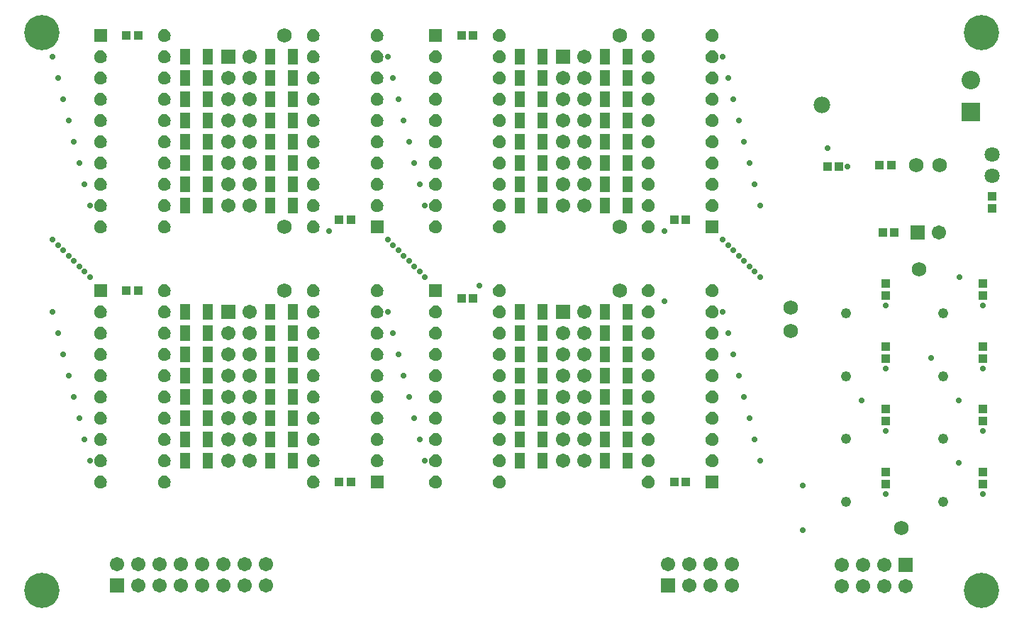
<source format=gbs>
%FSAX43Y43*%
%MOMM*%
G71*
G01*
G75*
G04 Layer_Color=16711935*
%ADD10R,1.016X2.540*%
%ADD11R,0.900X0.800*%
%ADD12R,1.000X1.300*%
%ADD13R,3.100X2.400*%
%ADD14R,0.450X2.200*%
%ADD15R,0.800X0.900*%
%ADD16R,0.800X0.350*%
%ADD17R,2.540X1.016*%
%ADD18R,3.810X2.794*%
%ADD19R,11.000X4.000*%
%ADD20C,0.889*%
%ADD21C,0.254*%
%ADD22C,0.381*%
%ADD23C,0.635*%
%ADD24C,1.016*%
%ADD25C,1.270*%
%ADD26R,1.265X3.340*%
%ADD27R,4.445X2.667*%
%ADD28R,0.782X1.737*%
%ADD29R,3.937X3.429*%
%ADD30R,5.207X4.826*%
%ADD31R,5.080X5.207*%
%ADD32R,5.461X5.334*%
%ADD33R,5.080X5.334*%
%ADD34R,1.270X4.953*%
%ADD35R,2.413X4.699*%
%ADD36R,7.620X3.048*%
%ADD37R,2.286X4.699*%
%ADD38R,3.810X0.762*%
%ADD39R,9.652X2.413*%
%ADD40R,1.524X1.397*%
%ADD41R,2.540X1.778*%
%ADD42R,0.635X0.762*%
%ADD43R,2.540X1.016*%
%ADD44R,1.397X29.972*%
%ADD45R,1.473X29.972*%
%ADD46R,1.575X1.397*%
%ADD47R,2.591X1.778*%
%ADD48R,10.287X1.651*%
%ADD49R,2.257X2.180*%
%ADD50R,2.032X2.159*%
%ADD51R,2.032X2.032*%
%ADD52R,2.024X2.159*%
%ADD53R,3.810X2.540*%
%ADD54R,3.302X2.159*%
%ADD55R,1.143X1.074*%
%ADD56R,1.001X1.074*%
%ADD57R,1.143X1.074*%
%ADD58R,1.016X1.016*%
%ADD59R,1.172X0.820*%
%ADD60C,0.508*%
%ADD61C,1.500*%
%ADD62R,1.500X1.500*%
%ADD63C,1.524*%
%ADD64C,1.778*%
%ADD65C,1.600*%
%ADD66C,2.000*%
%ADD67R,2.000X2.000*%
%ADD68C,4.000*%
%ADD69R,1.524X1.524*%
%ADD70R,1.500X1.500*%
%ADD71C,1.016*%
%ADD72R,1.100X1.700*%
%ADD73C,0.254*%
%ADD74C,0.762*%
%ADD75R,0.615X0.740*%
%ADD76R,3.802X0.994*%
%ADD77R,4.796X3.925*%
%ADD78R,5.461X5.207*%
%ADD79R,5.461X4.953*%
%ADD80R,2.540X2.667*%
%ADD81R,3.048X3.175*%
%ADD82R,5.461X5.842*%
%ADD83R,2.286X2.286*%
%ADD84R,1.898X2.032*%
%ADD85R,1.898X2.215*%
%ADD86R,1.898X2.041*%
%ADD87R,1.898X2.024*%
%ADD88R,3.556X2.286*%
%ADD89R,1.270X1.270*%
%ADD90R,1.397X1.397*%
%ADD91C,0.127*%
%ADD92C,0.250*%
%ADD93C,0.200*%
%ADD94C,0.100*%
%ADD95R,1.219X2.743*%
%ADD96R,1.103X1.003*%
%ADD97R,1.203X1.503*%
%ADD98R,3.303X2.603*%
%ADD99R,0.653X2.403*%
%ADD100R,1.003X1.103*%
%ADD101R,1.003X0.553*%
%ADD102R,2.743X1.219*%
%ADD103R,4.013X2.997*%
%ADD104R,11.203X4.203*%
%ADD105C,0.711*%
%ADD106C,1.703*%
%ADD107R,1.703X1.703*%
%ADD108C,1.727*%
%ADD109C,1.981*%
%ADD110C,1.803*%
%ADD111C,2.203*%
%ADD112R,2.203X2.203*%
%ADD113C,4.203*%
%ADD114R,1.703X1.703*%
%ADD115C,1.219*%
%ADD116R,1.303X1.903*%
G36*
X0084019Y0078466D02*
X0084204Y0078390D01*
X0084363Y0078267D01*
X0084486Y0078108D01*
X0084562Y0077923D01*
X0084589Y0077724D01*
X0084562Y0077525D01*
X0084486Y0077340D01*
X0084363Y0077181D01*
X0084204Y0077058D01*
X0084019Y0076982D01*
X0083820Y0076955D01*
X0083621Y0076982D01*
X0083436Y0077058D01*
X0083277Y0077181D01*
X0083154Y0077340D01*
X0083078Y0077525D01*
X0083051Y0077724D01*
X0083078Y0077923D01*
X0083154Y0078108D01*
X0083277Y0078267D01*
X0083436Y0078390D01*
X0083621Y0078466D01*
X0083820Y0078493D01*
X0084019Y0078466D01*
D02*
G37*
G36*
X0101799D02*
X0101984Y0078390D01*
X0102143Y0078267D01*
X0102266Y0078108D01*
X0102342Y0077923D01*
X0102369Y0077724D01*
X0102342Y0077525D01*
X0102266Y0077340D01*
X0102143Y0077181D01*
X0101984Y0077058D01*
X0101799Y0076982D01*
X0101600Y0076955D01*
X0101401Y0076982D01*
X0101216Y0077058D01*
X0101057Y0077181D01*
X0100934Y0077340D01*
X0100858Y0077525D01*
X0100831Y0077724D01*
X0100858Y0077923D01*
X0100934Y0078108D01*
X0101057Y0078267D01*
X0101216Y0078390D01*
X0101401Y0078466D01*
X0101600Y0078493D01*
X0101799Y0078466D01*
D02*
G37*
G36*
X0076399D02*
X0076584Y0078390D01*
X0076743Y0078267D01*
X0076866Y0078108D01*
X0076942Y0077923D01*
X0076969Y0077724D01*
X0076942Y0077525D01*
X0076866Y0077340D01*
X0076743Y0077181D01*
X0076584Y0077058D01*
X0076399Y0076982D01*
X0076200Y0076955D01*
X0076001Y0076982D01*
X0075816Y0077058D01*
X0075657Y0077181D01*
X0075534Y0077340D01*
X0075458Y0077525D01*
X0075431Y0077724D01*
X0075458Y0077923D01*
X0075534Y0078108D01*
X0075657Y0078267D01*
X0075816Y0078390D01*
X0076001Y0078466D01*
X0076200Y0078493D01*
X0076399Y0078466D01*
D02*
G37*
G36*
X0061794D02*
X0061979Y0078390D01*
X0062138Y0078267D01*
X0062261Y0078108D01*
X0062337Y0077923D01*
X0062364Y0077724D01*
X0062337Y0077525D01*
X0062261Y0077340D01*
X0062138Y0077181D01*
X0061979Y0077058D01*
X0061794Y0076982D01*
X0061595Y0076955D01*
X0061396Y0076982D01*
X0061211Y0077058D01*
X0061052Y0077181D01*
X0060929Y0077340D01*
X0060853Y0077525D01*
X0060826Y0077724D01*
X0060853Y0077923D01*
X0060929Y0078108D01*
X0061052Y0078267D01*
X0061211Y0078390D01*
X0061396Y0078466D01*
X0061595Y0078493D01*
X0061794Y0078466D01*
D02*
G37*
G36*
X0069414D02*
X0069599Y0078390D01*
X0069758Y0078267D01*
X0069881Y0078108D01*
X0069957Y0077923D01*
X0069984Y0077724D01*
X0069957Y0077525D01*
X0069881Y0077340D01*
X0069758Y0077181D01*
X0069599Y0077058D01*
X0069414Y0076982D01*
X0069215Y0076955D01*
X0069016Y0076982D01*
X0068831Y0077058D01*
X0068672Y0077181D01*
X0068549Y0077340D01*
X0068473Y0077525D01*
X0068446Y0077724D01*
X0068473Y0077923D01*
X0068549Y0078108D01*
X0068672Y0078267D01*
X0068831Y0078390D01*
X0069016Y0078466D01*
X0069215Y0078493D01*
X0069414Y0078466D01*
D02*
G37*
G36*
X0061794Y0081006D02*
X0061979Y0080930D01*
X0062138Y0080807D01*
X0062261Y0080648D01*
X0062337Y0080463D01*
X0062364Y0080264D01*
X0062337Y0080065D01*
X0062261Y0079880D01*
X0062138Y0079721D01*
X0061979Y0079598D01*
X0061794Y0079522D01*
X0061595Y0079495D01*
X0061396Y0079522D01*
X0061211Y0079598D01*
X0061052Y0079721D01*
X0060929Y0079880D01*
X0060853Y0080065D01*
X0060826Y0080264D01*
X0060853Y0080463D01*
X0060929Y0080648D01*
X0061052Y0080807D01*
X0061211Y0080930D01*
X0061396Y0081006D01*
X0061595Y0081033D01*
X0061794Y0081006D01*
D02*
G37*
G36*
X0069414D02*
X0069599Y0080930D01*
X0069758Y0080807D01*
X0069881Y0080648D01*
X0069957Y0080463D01*
X0069984Y0080264D01*
X0069957Y0080065D01*
X0069881Y0079880D01*
X0069758Y0079721D01*
X0069599Y0079598D01*
X0069414Y0079522D01*
X0069215Y0079495D01*
X0069016Y0079522D01*
X0068831Y0079598D01*
X0068672Y0079721D01*
X0068549Y0079880D01*
X0068473Y0080065D01*
X0068446Y0080264D01*
X0068473Y0080463D01*
X0068549Y0080648D01*
X0068672Y0080807D01*
X0068831Y0080930D01*
X0069016Y0081006D01*
X0069215Y0081033D01*
X0069414Y0081006D01*
D02*
G37*
G36*
X0044014D02*
X0044199Y0080930D01*
X0044358Y0080807D01*
X0044481Y0080648D01*
X0044557Y0080463D01*
X0044584Y0080264D01*
X0044557Y0080065D01*
X0044481Y0079880D01*
X0044358Y0079721D01*
X0044199Y0079598D01*
X0044014Y0079522D01*
X0043815Y0079495D01*
X0043616Y0079522D01*
X0043431Y0079598D01*
X0043272Y0079721D01*
X0043149Y0079880D01*
X0043073Y0080065D01*
X0043046Y0080264D01*
X0043073Y0080463D01*
X0043149Y0080648D01*
X0043272Y0080807D01*
X0043431Y0080930D01*
X0043616Y0081006D01*
X0043815Y0081033D01*
X0044014Y0081006D01*
D02*
G37*
G36*
X0109419Y0078466D02*
X0109604Y0078390D01*
X0109763Y0078267D01*
X0109886Y0078108D01*
X0109962Y0077923D01*
X0109989Y0077724D01*
X0109962Y0077525D01*
X0109886Y0077340D01*
X0109763Y0077181D01*
X0109604Y0077058D01*
X0109419Y0076982D01*
X0109220Y0076955D01*
X0109021Y0076982D01*
X0108836Y0077058D01*
X0108677Y0077181D01*
X0108554Y0077340D01*
X0108478Y0077525D01*
X0108451Y0077724D01*
X0108478Y0077923D01*
X0108554Y0078108D01*
X0108677Y0078267D01*
X0108836Y0078390D01*
X0109021Y0078466D01*
X0109220Y0078493D01*
X0109419Y0078466D01*
D02*
G37*
G36*
X0036394Y0081006D02*
X0036579Y0080930D01*
X0036738Y0080807D01*
X0036861Y0080648D01*
X0036937Y0080463D01*
X0036964Y0080264D01*
X0036937Y0080065D01*
X0036861Y0079880D01*
X0036738Y0079721D01*
X0036579Y0079598D01*
X0036394Y0079522D01*
X0036195Y0079495D01*
X0035996Y0079522D01*
X0035811Y0079598D01*
X0035652Y0079721D01*
X0035529Y0079880D01*
X0035453Y0080065D01*
X0035426Y0080264D01*
X0035453Y0080463D01*
X0035529Y0080648D01*
X0035652Y0080807D01*
X0035811Y0080930D01*
X0035996Y0081006D01*
X0036195Y0081033D01*
X0036394Y0081006D01*
D02*
G37*
G36*
X0069414Y0075926D02*
X0069599Y0075850D01*
X0069758Y0075727D01*
X0069881Y0075568D01*
X0069957Y0075383D01*
X0069984Y0075184D01*
X0069957Y0074985D01*
X0069881Y0074800D01*
X0069758Y0074641D01*
X0069599Y0074518D01*
X0069414Y0074442D01*
X0069215Y0074415D01*
X0069016Y0074442D01*
X0068831Y0074518D01*
X0068672Y0074641D01*
X0068549Y0074800D01*
X0068473Y0074985D01*
X0068446Y0075184D01*
X0068473Y0075383D01*
X0068549Y0075568D01*
X0068672Y0075727D01*
X0068831Y0075850D01*
X0069016Y0075926D01*
X0069215Y0075953D01*
X0069414Y0075926D01*
D02*
G37*
G36*
X0076399D02*
X0076584Y0075850D01*
X0076743Y0075727D01*
X0076866Y0075568D01*
X0076942Y0075383D01*
X0076969Y0075184D01*
X0076942Y0074985D01*
X0076866Y0074800D01*
X0076743Y0074641D01*
X0076584Y0074518D01*
X0076399Y0074442D01*
X0076200Y0074415D01*
X0076001Y0074442D01*
X0075816Y0074518D01*
X0075657Y0074641D01*
X0075534Y0074800D01*
X0075458Y0074985D01*
X0075431Y0075184D01*
X0075458Y0075383D01*
X0075534Y0075568D01*
X0075657Y0075727D01*
X0075816Y0075850D01*
X0076001Y0075926D01*
X0076200Y0075953D01*
X0076399Y0075926D01*
D02*
G37*
G36*
X0061794D02*
X0061979Y0075850D01*
X0062138Y0075727D01*
X0062261Y0075568D01*
X0062337Y0075383D01*
X0062364Y0075184D01*
X0062337Y0074985D01*
X0062261Y0074800D01*
X0062138Y0074641D01*
X0061979Y0074518D01*
X0061794Y0074442D01*
X0061595Y0074415D01*
X0061396Y0074442D01*
X0061211Y0074518D01*
X0061052Y0074641D01*
X0060929Y0074800D01*
X0060853Y0074985D01*
X0060826Y0075184D01*
X0060853Y0075383D01*
X0060929Y0075568D01*
X0061052Y0075727D01*
X0061211Y0075850D01*
X0061396Y0075926D01*
X0061595Y0075953D01*
X0061794Y0075926D01*
D02*
G37*
G36*
X0036394D02*
X0036579Y0075850D01*
X0036738Y0075727D01*
X0036861Y0075568D01*
X0036937Y0075383D01*
X0036964Y0075184D01*
X0036937Y0074985D01*
X0036861Y0074800D01*
X0036738Y0074641D01*
X0036579Y0074518D01*
X0036394Y0074442D01*
X0036195Y0074415D01*
X0035996Y0074442D01*
X0035811Y0074518D01*
X0035652Y0074641D01*
X0035529Y0074800D01*
X0035453Y0074985D01*
X0035426Y0075184D01*
X0035453Y0075383D01*
X0035529Y0075568D01*
X0035652Y0075727D01*
X0035811Y0075850D01*
X0035996Y0075926D01*
X0036195Y0075953D01*
X0036394Y0075926D01*
D02*
G37*
G36*
X0044014D02*
X0044199Y0075850D01*
X0044358Y0075727D01*
X0044481Y0075568D01*
X0044557Y0075383D01*
X0044584Y0075184D01*
X0044557Y0074985D01*
X0044481Y0074800D01*
X0044358Y0074641D01*
X0044199Y0074518D01*
X0044014Y0074442D01*
X0043815Y0074415D01*
X0043616Y0074442D01*
X0043431Y0074518D01*
X0043272Y0074641D01*
X0043149Y0074800D01*
X0043073Y0074985D01*
X0043046Y0075184D01*
X0043073Y0075383D01*
X0043149Y0075568D01*
X0043272Y0075727D01*
X0043431Y0075850D01*
X0043616Y0075926D01*
X0043815Y0075953D01*
X0044014Y0075926D01*
D02*
G37*
G36*
X0036394Y0078466D02*
X0036579Y0078390D01*
X0036738Y0078267D01*
X0036861Y0078108D01*
X0036937Y0077923D01*
X0036964Y0077724D01*
X0036937Y0077525D01*
X0036861Y0077340D01*
X0036738Y0077181D01*
X0036579Y0077058D01*
X0036394Y0076982D01*
X0036195Y0076955D01*
X0035996Y0076982D01*
X0035811Y0077058D01*
X0035652Y0077181D01*
X0035529Y0077340D01*
X0035453Y0077525D01*
X0035426Y0077724D01*
X0035453Y0077923D01*
X0035529Y0078108D01*
X0035652Y0078267D01*
X0035811Y0078390D01*
X0035996Y0078466D01*
X0036195Y0078493D01*
X0036394Y0078466D01*
D02*
G37*
G36*
X0044014D02*
X0044199Y0078390D01*
X0044358Y0078267D01*
X0044481Y0078108D01*
X0044557Y0077923D01*
X0044584Y0077724D01*
X0044557Y0077525D01*
X0044481Y0077340D01*
X0044358Y0077181D01*
X0044199Y0077058D01*
X0044014Y0076982D01*
X0043815Y0076955D01*
X0043616Y0076982D01*
X0043431Y0077058D01*
X0043272Y0077181D01*
X0043149Y0077340D01*
X0043073Y0077525D01*
X0043046Y0077724D01*
X0043073Y0077923D01*
X0043149Y0078108D01*
X0043272Y0078267D01*
X0043431Y0078390D01*
X0043616Y0078466D01*
X0043815Y0078493D01*
X0044014Y0078466D01*
D02*
G37*
G36*
X0109419Y0075926D02*
X0109604Y0075850D01*
X0109763Y0075727D01*
X0109886Y0075568D01*
X0109962Y0075383D01*
X0109989Y0075184D01*
X0109962Y0074985D01*
X0109886Y0074800D01*
X0109763Y0074641D01*
X0109604Y0074518D01*
X0109419Y0074442D01*
X0109220Y0074415D01*
X0109021Y0074442D01*
X0108836Y0074518D01*
X0108677Y0074641D01*
X0108554Y0074800D01*
X0108478Y0074985D01*
X0108451Y0075184D01*
X0108478Y0075383D01*
X0108554Y0075568D01*
X0108677Y0075727D01*
X0108836Y0075850D01*
X0109021Y0075926D01*
X0109220Y0075953D01*
X0109419Y0075926D01*
D02*
G37*
G36*
X0084019D02*
X0084204Y0075850D01*
X0084363Y0075727D01*
X0084486Y0075568D01*
X0084562Y0075383D01*
X0084589Y0075184D01*
X0084562Y0074985D01*
X0084486Y0074800D01*
X0084363Y0074641D01*
X0084204Y0074518D01*
X0084019Y0074442D01*
X0083820Y0074415D01*
X0083621Y0074442D01*
X0083436Y0074518D01*
X0083277Y0074641D01*
X0083154Y0074800D01*
X0083078Y0074985D01*
X0083051Y0075184D01*
X0083078Y0075383D01*
X0083154Y0075568D01*
X0083277Y0075727D01*
X0083436Y0075850D01*
X0083621Y0075926D01*
X0083820Y0075953D01*
X0084019Y0075926D01*
D02*
G37*
G36*
X0101799D02*
X0101984Y0075850D01*
X0102143Y0075727D01*
X0102266Y0075568D01*
X0102342Y0075383D01*
X0102369Y0075184D01*
X0102342Y0074985D01*
X0102266Y0074800D01*
X0102143Y0074641D01*
X0101984Y0074518D01*
X0101799Y0074442D01*
X0101600Y0074415D01*
X0101401Y0074442D01*
X0101216Y0074518D01*
X0101057Y0074641D01*
X0100934Y0074800D01*
X0100858Y0074985D01*
X0100831Y0075184D01*
X0100858Y0075383D01*
X0100934Y0075568D01*
X0101057Y0075727D01*
X0101216Y0075850D01*
X0101401Y0075926D01*
X0101600Y0075953D01*
X0101799Y0075926D01*
D02*
G37*
G36*
X0061794Y0086086D02*
X0061979Y0086010D01*
X0062138Y0085887D01*
X0062261Y0085728D01*
X0062337Y0085543D01*
X0062364Y0085344D01*
X0062337Y0085145D01*
X0062261Y0084960D01*
X0062138Y0084801D01*
X0061979Y0084678D01*
X0061794Y0084602D01*
X0061595Y0084575D01*
X0061396Y0084602D01*
X0061211Y0084678D01*
X0061052Y0084801D01*
X0060929Y0084960D01*
X0060853Y0085145D01*
X0060826Y0085344D01*
X0060853Y0085543D01*
X0060929Y0085728D01*
X0061052Y0085887D01*
X0061211Y0086010D01*
X0061396Y0086086D01*
X0061595Y0086113D01*
X0061794Y0086086D01*
D02*
G37*
G36*
X0069414D02*
X0069599Y0086010D01*
X0069758Y0085887D01*
X0069881Y0085728D01*
X0069957Y0085543D01*
X0069984Y0085344D01*
X0069957Y0085145D01*
X0069881Y0084960D01*
X0069758Y0084801D01*
X0069599Y0084678D01*
X0069414Y0084602D01*
X0069215Y0084575D01*
X0069016Y0084602D01*
X0068831Y0084678D01*
X0068672Y0084801D01*
X0068549Y0084960D01*
X0068473Y0085145D01*
X0068446Y0085344D01*
X0068473Y0085543D01*
X0068549Y0085728D01*
X0068672Y0085887D01*
X0068831Y0086010D01*
X0069016Y0086086D01*
X0069215Y0086113D01*
X0069414Y0086086D01*
D02*
G37*
G36*
X0044014D02*
X0044199Y0086010D01*
X0044358Y0085887D01*
X0044481Y0085728D01*
X0044557Y0085543D01*
X0044584Y0085344D01*
X0044557Y0085145D01*
X0044481Y0084960D01*
X0044358Y0084801D01*
X0044199Y0084678D01*
X0044014Y0084602D01*
X0043815Y0084575D01*
X0043616Y0084602D01*
X0043431Y0084678D01*
X0043272Y0084801D01*
X0043149Y0084960D01*
X0043073Y0085145D01*
X0043046Y0085344D01*
X0043073Y0085543D01*
X0043149Y0085728D01*
X0043272Y0085887D01*
X0043431Y0086010D01*
X0043616Y0086086D01*
X0043815Y0086113D01*
X0044014Y0086086D01*
D02*
G37*
G36*
X0101799Y0083546D02*
X0101984Y0083470D01*
X0102143Y0083347D01*
X0102266Y0083188D01*
X0102342Y0083003D01*
X0102369Y0082804D01*
X0102342Y0082605D01*
X0102266Y0082420D01*
X0102143Y0082261D01*
X0101984Y0082138D01*
X0101799Y0082062D01*
X0101600Y0082035D01*
X0101401Y0082062D01*
X0101216Y0082138D01*
X0101057Y0082261D01*
X0100934Y0082420D01*
X0100858Y0082605D01*
X0100831Y0082804D01*
X0100858Y0083003D01*
X0100934Y0083188D01*
X0101057Y0083347D01*
X0101216Y0083470D01*
X0101401Y0083546D01*
X0101600Y0083573D01*
X0101799Y0083546D01*
D02*
G37*
G36*
X0109419D02*
X0109604Y0083470D01*
X0109763Y0083347D01*
X0109886Y0083188D01*
X0109962Y0083003D01*
X0109989Y0082804D01*
X0109962Y0082605D01*
X0109886Y0082420D01*
X0109763Y0082261D01*
X0109604Y0082138D01*
X0109419Y0082062D01*
X0109220Y0082035D01*
X0109021Y0082062D01*
X0108836Y0082138D01*
X0108677Y0082261D01*
X0108554Y0082420D01*
X0108478Y0082605D01*
X0108451Y0082804D01*
X0108478Y0083003D01*
X0108554Y0083188D01*
X0108677Y0083347D01*
X0108836Y0083470D01*
X0109021Y0083546D01*
X0109220Y0083573D01*
X0109419Y0083546D01*
D02*
G37*
G36*
X0036957Y0084582D02*
X0035433D01*
Y0086106D01*
X0036957D01*
Y0084582D01*
D02*
G37*
G36*
X0076962D02*
X0075438D01*
Y0086106D01*
X0076962D01*
Y0084582D01*
D02*
G37*
G36*
X0109419Y0086086D02*
X0109604Y0086010D01*
X0109763Y0085887D01*
X0109886Y0085728D01*
X0109962Y0085543D01*
X0109989Y0085344D01*
X0109962Y0085145D01*
X0109886Y0084960D01*
X0109763Y0084801D01*
X0109604Y0084678D01*
X0109419Y0084602D01*
X0109220Y0084575D01*
X0109021Y0084602D01*
X0108836Y0084678D01*
X0108677Y0084801D01*
X0108554Y0084960D01*
X0108478Y0085145D01*
X0108451Y0085344D01*
X0108478Y0085543D01*
X0108554Y0085728D01*
X0108677Y0085887D01*
X0108836Y0086010D01*
X0109021Y0086086D01*
X0109220Y0086113D01*
X0109419Y0086086D01*
D02*
G37*
G36*
X0084019D02*
X0084204Y0086010D01*
X0084363Y0085887D01*
X0084486Y0085728D01*
X0084562Y0085543D01*
X0084589Y0085344D01*
X0084562Y0085145D01*
X0084486Y0084960D01*
X0084363Y0084801D01*
X0084204Y0084678D01*
X0084019Y0084602D01*
X0083820Y0084575D01*
X0083621Y0084602D01*
X0083436Y0084678D01*
X0083277Y0084801D01*
X0083154Y0084960D01*
X0083078Y0085145D01*
X0083051Y0085344D01*
X0083078Y0085543D01*
X0083154Y0085728D01*
X0083277Y0085887D01*
X0083436Y0086010D01*
X0083621Y0086086D01*
X0083820Y0086113D01*
X0084019Y0086086D01*
D02*
G37*
G36*
X0101799D02*
X0101984Y0086010D01*
X0102143Y0085887D01*
X0102266Y0085728D01*
X0102342Y0085543D01*
X0102369Y0085344D01*
X0102342Y0085145D01*
X0102266Y0084960D01*
X0102143Y0084801D01*
X0101984Y0084678D01*
X0101799Y0084602D01*
X0101600Y0084575D01*
X0101401Y0084602D01*
X0101216Y0084678D01*
X0101057Y0084801D01*
X0100934Y0084960D01*
X0100858Y0085145D01*
X0100831Y0085344D01*
X0100858Y0085543D01*
X0100934Y0085728D01*
X0101057Y0085887D01*
X0101216Y0086010D01*
X0101401Y0086086D01*
X0101600Y0086113D01*
X0101799Y0086086D01*
D02*
G37*
G36*
X0109419Y0081006D02*
X0109604Y0080930D01*
X0109763Y0080807D01*
X0109886Y0080648D01*
X0109962Y0080463D01*
X0109989Y0080264D01*
X0109962Y0080065D01*
X0109886Y0079880D01*
X0109763Y0079721D01*
X0109604Y0079598D01*
X0109419Y0079522D01*
X0109220Y0079495D01*
X0109021Y0079522D01*
X0108836Y0079598D01*
X0108677Y0079721D01*
X0108554Y0079880D01*
X0108478Y0080065D01*
X0108451Y0080264D01*
X0108478Y0080463D01*
X0108554Y0080648D01*
X0108677Y0080807D01*
X0108836Y0080930D01*
X0109021Y0081006D01*
X0109220Y0081033D01*
X0109419Y0081006D01*
D02*
G37*
G36*
X0036394Y0083546D02*
X0036579Y0083470D01*
X0036738Y0083347D01*
X0036861Y0083188D01*
X0036937Y0083003D01*
X0036964Y0082804D01*
X0036937Y0082605D01*
X0036861Y0082420D01*
X0036738Y0082261D01*
X0036579Y0082138D01*
X0036394Y0082062D01*
X0036195Y0082035D01*
X0035996Y0082062D01*
X0035811Y0082138D01*
X0035652Y0082261D01*
X0035529Y0082420D01*
X0035453Y0082605D01*
X0035426Y0082804D01*
X0035453Y0083003D01*
X0035529Y0083188D01*
X0035652Y0083347D01*
X0035811Y0083470D01*
X0035996Y0083546D01*
X0036195Y0083573D01*
X0036394Y0083546D01*
D02*
G37*
G36*
X0101799Y0081006D02*
X0101984Y0080930D01*
X0102143Y0080807D01*
X0102266Y0080648D01*
X0102342Y0080463D01*
X0102369Y0080264D01*
X0102342Y0080065D01*
X0102266Y0079880D01*
X0102143Y0079721D01*
X0101984Y0079598D01*
X0101799Y0079522D01*
X0101600Y0079495D01*
X0101401Y0079522D01*
X0101216Y0079598D01*
X0101057Y0079721D01*
X0100934Y0079880D01*
X0100858Y0080065D01*
X0100831Y0080264D01*
X0100858Y0080463D01*
X0100934Y0080648D01*
X0101057Y0080807D01*
X0101216Y0080930D01*
X0101401Y0081006D01*
X0101600Y0081033D01*
X0101799Y0081006D01*
D02*
G37*
G36*
X0076399D02*
X0076584Y0080930D01*
X0076743Y0080807D01*
X0076866Y0080648D01*
X0076942Y0080463D01*
X0076969Y0080264D01*
X0076942Y0080065D01*
X0076866Y0079880D01*
X0076743Y0079721D01*
X0076584Y0079598D01*
X0076399Y0079522D01*
X0076200Y0079495D01*
X0076001Y0079522D01*
X0075816Y0079598D01*
X0075657Y0079721D01*
X0075534Y0079880D01*
X0075458Y0080065D01*
X0075431Y0080264D01*
X0075458Y0080463D01*
X0075534Y0080648D01*
X0075657Y0080807D01*
X0075816Y0080930D01*
X0076001Y0081006D01*
X0076200Y0081033D01*
X0076399Y0081006D01*
D02*
G37*
G36*
X0084019D02*
X0084204Y0080930D01*
X0084363Y0080807D01*
X0084486Y0080648D01*
X0084562Y0080463D01*
X0084589Y0080264D01*
X0084562Y0080065D01*
X0084486Y0079880D01*
X0084363Y0079721D01*
X0084204Y0079598D01*
X0084019Y0079522D01*
X0083820Y0079495D01*
X0083621Y0079522D01*
X0083436Y0079598D01*
X0083277Y0079721D01*
X0083154Y0079880D01*
X0083078Y0080065D01*
X0083051Y0080264D01*
X0083078Y0080463D01*
X0083154Y0080648D01*
X0083277Y0080807D01*
X0083436Y0080930D01*
X0083621Y0081006D01*
X0083820Y0081033D01*
X0084019Y0081006D01*
D02*
G37*
G36*
X0076399Y0083546D02*
X0076584Y0083470D01*
X0076743Y0083347D01*
X0076866Y0083188D01*
X0076942Y0083003D01*
X0076969Y0082804D01*
X0076942Y0082605D01*
X0076866Y0082420D01*
X0076743Y0082261D01*
X0076584Y0082138D01*
X0076399Y0082062D01*
X0076200Y0082035D01*
X0076001Y0082062D01*
X0075816Y0082138D01*
X0075657Y0082261D01*
X0075534Y0082420D01*
X0075458Y0082605D01*
X0075431Y0082804D01*
X0075458Y0083003D01*
X0075534Y0083188D01*
X0075657Y0083347D01*
X0075816Y0083470D01*
X0076001Y0083546D01*
X0076200Y0083573D01*
X0076399Y0083546D01*
D02*
G37*
G36*
X0084019D02*
X0084204Y0083470D01*
X0084363Y0083347D01*
X0084486Y0083188D01*
X0084562Y0083003D01*
X0084589Y0082804D01*
X0084562Y0082605D01*
X0084486Y0082420D01*
X0084363Y0082261D01*
X0084204Y0082138D01*
X0084019Y0082062D01*
X0083820Y0082035D01*
X0083621Y0082062D01*
X0083436Y0082138D01*
X0083277Y0082261D01*
X0083154Y0082420D01*
X0083078Y0082605D01*
X0083051Y0082804D01*
X0083078Y0083003D01*
X0083154Y0083188D01*
X0083277Y0083347D01*
X0083436Y0083470D01*
X0083621Y0083546D01*
X0083820Y0083573D01*
X0084019Y0083546D01*
D02*
G37*
G36*
X0069414D02*
X0069599Y0083470D01*
X0069758Y0083347D01*
X0069881Y0083188D01*
X0069957Y0083003D01*
X0069984Y0082804D01*
X0069957Y0082605D01*
X0069881Y0082420D01*
X0069758Y0082261D01*
X0069599Y0082138D01*
X0069414Y0082062D01*
X0069215Y0082035D01*
X0069016Y0082062D01*
X0068831Y0082138D01*
X0068672Y0082261D01*
X0068549Y0082420D01*
X0068473Y0082605D01*
X0068446Y0082804D01*
X0068473Y0083003D01*
X0068549Y0083188D01*
X0068672Y0083347D01*
X0068831Y0083470D01*
X0069016Y0083546D01*
X0069215Y0083573D01*
X0069414Y0083546D01*
D02*
G37*
G36*
X0044014D02*
X0044199Y0083470D01*
X0044358Y0083347D01*
X0044481Y0083188D01*
X0044557Y0083003D01*
X0044584Y0082804D01*
X0044557Y0082605D01*
X0044481Y0082420D01*
X0044358Y0082261D01*
X0044199Y0082138D01*
X0044014Y0082062D01*
X0043815Y0082035D01*
X0043616Y0082062D01*
X0043431Y0082138D01*
X0043272Y0082261D01*
X0043149Y0082420D01*
X0043073Y0082605D01*
X0043046Y0082804D01*
X0043073Y0083003D01*
X0043149Y0083188D01*
X0043272Y0083347D01*
X0043431Y0083470D01*
X0043616Y0083546D01*
X0043815Y0083573D01*
X0044014Y0083546D01*
D02*
G37*
G36*
X0061794D02*
X0061979Y0083470D01*
X0062138Y0083347D01*
X0062261Y0083188D01*
X0062337Y0083003D01*
X0062364Y0082804D01*
X0062337Y0082605D01*
X0062261Y0082420D01*
X0062138Y0082261D01*
X0061979Y0082138D01*
X0061794Y0082062D01*
X0061595Y0082035D01*
X0061396Y0082062D01*
X0061211Y0082138D01*
X0061052Y0082261D01*
X0060929Y0082420D01*
X0060853Y0082605D01*
X0060826Y0082804D01*
X0060853Y0083003D01*
X0060929Y0083188D01*
X0061052Y0083347D01*
X0061211Y0083470D01*
X0061396Y0083546D01*
X0061595Y0083573D01*
X0061794Y0083546D01*
D02*
G37*
G36*
X0084019Y0065766D02*
X0084204Y0065690D01*
X0084363Y0065567D01*
X0084486Y0065408D01*
X0084562Y0065223D01*
X0084589Y0065024D01*
X0084562Y0064825D01*
X0084486Y0064640D01*
X0084363Y0064481D01*
X0084204Y0064358D01*
X0084019Y0064282D01*
X0083820Y0064255D01*
X0083621Y0064282D01*
X0083436Y0064358D01*
X0083277Y0064481D01*
X0083154Y0064640D01*
X0083078Y0064825D01*
X0083051Y0065024D01*
X0083078Y0065223D01*
X0083154Y0065408D01*
X0083277Y0065567D01*
X0083436Y0065690D01*
X0083621Y0065766D01*
X0083820Y0065793D01*
X0084019Y0065766D01*
D02*
G37*
G36*
X0101799D02*
X0101984Y0065690D01*
X0102143Y0065567D01*
X0102266Y0065408D01*
X0102342Y0065223D01*
X0102369Y0065024D01*
X0102342Y0064825D01*
X0102266Y0064640D01*
X0102143Y0064481D01*
X0101984Y0064358D01*
X0101799Y0064282D01*
X0101600Y0064255D01*
X0101401Y0064282D01*
X0101216Y0064358D01*
X0101057Y0064481D01*
X0100934Y0064640D01*
X0100858Y0064825D01*
X0100831Y0065024D01*
X0100858Y0065223D01*
X0100934Y0065408D01*
X0101057Y0065567D01*
X0101216Y0065690D01*
X0101401Y0065766D01*
X0101600Y0065793D01*
X0101799Y0065766D01*
D02*
G37*
G36*
X0076399D02*
X0076584Y0065690D01*
X0076743Y0065567D01*
X0076866Y0065408D01*
X0076942Y0065223D01*
X0076969Y0065024D01*
X0076942Y0064825D01*
X0076866Y0064640D01*
X0076743Y0064481D01*
X0076584Y0064358D01*
X0076399Y0064282D01*
X0076200Y0064255D01*
X0076001Y0064282D01*
X0075816Y0064358D01*
X0075657Y0064481D01*
X0075534Y0064640D01*
X0075458Y0064825D01*
X0075431Y0065024D01*
X0075458Y0065223D01*
X0075534Y0065408D01*
X0075657Y0065567D01*
X0075816Y0065690D01*
X0076001Y0065766D01*
X0076200Y0065793D01*
X0076399Y0065766D01*
D02*
G37*
G36*
X0061794D02*
X0061979Y0065690D01*
X0062138Y0065567D01*
X0062261Y0065408D01*
X0062337Y0065223D01*
X0062364Y0065024D01*
X0062337Y0064825D01*
X0062261Y0064640D01*
X0062138Y0064481D01*
X0061979Y0064358D01*
X0061794Y0064282D01*
X0061595Y0064255D01*
X0061396Y0064282D01*
X0061211Y0064358D01*
X0061052Y0064481D01*
X0060929Y0064640D01*
X0060853Y0064825D01*
X0060826Y0065024D01*
X0060853Y0065223D01*
X0060929Y0065408D01*
X0061052Y0065567D01*
X0061211Y0065690D01*
X0061396Y0065766D01*
X0061595Y0065793D01*
X0061794Y0065766D01*
D02*
G37*
G36*
X0069414D02*
X0069599Y0065690D01*
X0069758Y0065567D01*
X0069881Y0065408D01*
X0069957Y0065223D01*
X0069984Y0065024D01*
X0069957Y0064825D01*
X0069881Y0064640D01*
X0069758Y0064481D01*
X0069599Y0064358D01*
X0069414Y0064282D01*
X0069215Y0064255D01*
X0069016Y0064282D01*
X0068831Y0064358D01*
X0068672Y0064481D01*
X0068549Y0064640D01*
X0068473Y0064825D01*
X0068446Y0065024D01*
X0068473Y0065223D01*
X0068549Y0065408D01*
X0068672Y0065567D01*
X0068831Y0065690D01*
X0069016Y0065766D01*
X0069215Y0065793D01*
X0069414Y0065766D01*
D02*
G37*
G36*
X0061794Y0068306D02*
X0061979Y0068230D01*
X0062138Y0068107D01*
X0062261Y0067948D01*
X0062337Y0067763D01*
X0062364Y0067564D01*
X0062337Y0067365D01*
X0062261Y0067180D01*
X0062138Y0067021D01*
X0061979Y0066898D01*
X0061794Y0066822D01*
X0061595Y0066795D01*
X0061396Y0066822D01*
X0061211Y0066898D01*
X0061052Y0067021D01*
X0060929Y0067180D01*
X0060853Y0067365D01*
X0060826Y0067564D01*
X0060853Y0067763D01*
X0060929Y0067948D01*
X0061052Y0068107D01*
X0061211Y0068230D01*
X0061396Y0068306D01*
X0061595Y0068333D01*
X0061794Y0068306D01*
D02*
G37*
G36*
X0069414D02*
X0069599Y0068230D01*
X0069758Y0068107D01*
X0069881Y0067948D01*
X0069957Y0067763D01*
X0069984Y0067564D01*
X0069957Y0067365D01*
X0069881Y0067180D01*
X0069758Y0067021D01*
X0069599Y0066898D01*
X0069414Y0066822D01*
X0069215Y0066795D01*
X0069016Y0066822D01*
X0068831Y0066898D01*
X0068672Y0067021D01*
X0068549Y0067180D01*
X0068473Y0067365D01*
X0068446Y0067564D01*
X0068473Y0067763D01*
X0068549Y0067948D01*
X0068672Y0068107D01*
X0068831Y0068230D01*
X0069016Y0068306D01*
X0069215Y0068333D01*
X0069414Y0068306D01*
D02*
G37*
G36*
X0044014D02*
X0044199Y0068230D01*
X0044358Y0068107D01*
X0044481Y0067948D01*
X0044557Y0067763D01*
X0044584Y0067564D01*
X0044557Y0067365D01*
X0044481Y0067180D01*
X0044358Y0067021D01*
X0044199Y0066898D01*
X0044014Y0066822D01*
X0043815Y0066795D01*
X0043616Y0066822D01*
X0043431Y0066898D01*
X0043272Y0067021D01*
X0043149Y0067180D01*
X0043073Y0067365D01*
X0043046Y0067564D01*
X0043073Y0067763D01*
X0043149Y0067948D01*
X0043272Y0068107D01*
X0043431Y0068230D01*
X0043616Y0068306D01*
X0043815Y0068333D01*
X0044014Y0068306D01*
D02*
G37*
G36*
X0109419Y0065766D02*
X0109604Y0065690D01*
X0109763Y0065567D01*
X0109886Y0065408D01*
X0109962Y0065223D01*
X0109989Y0065024D01*
X0109962Y0064825D01*
X0109886Y0064640D01*
X0109763Y0064481D01*
X0109604Y0064358D01*
X0109419Y0064282D01*
X0109220Y0064255D01*
X0109021Y0064282D01*
X0108836Y0064358D01*
X0108677Y0064481D01*
X0108554Y0064640D01*
X0108478Y0064825D01*
X0108451Y0065024D01*
X0108478Y0065223D01*
X0108554Y0065408D01*
X0108677Y0065567D01*
X0108836Y0065690D01*
X0109021Y0065766D01*
X0109220Y0065793D01*
X0109419Y0065766D01*
D02*
G37*
G36*
X0036394Y0068306D02*
X0036579Y0068230D01*
X0036738Y0068107D01*
X0036861Y0067948D01*
X0036937Y0067763D01*
X0036964Y0067564D01*
X0036937Y0067365D01*
X0036861Y0067180D01*
X0036738Y0067021D01*
X0036579Y0066898D01*
X0036394Y0066822D01*
X0036195Y0066795D01*
X0035996Y0066822D01*
X0035811Y0066898D01*
X0035652Y0067021D01*
X0035529Y0067180D01*
X0035453Y0067365D01*
X0035426Y0067564D01*
X0035453Y0067763D01*
X0035529Y0067948D01*
X0035652Y0068107D01*
X0035811Y0068230D01*
X0035996Y0068306D01*
X0036195Y0068333D01*
X0036394Y0068306D01*
D02*
G37*
G36*
X0076399Y0063226D02*
X0076584Y0063150D01*
X0076743Y0063027D01*
X0076866Y0062868D01*
X0076942Y0062683D01*
X0076969Y0062484D01*
X0076942Y0062285D01*
X0076866Y0062100D01*
X0076743Y0061941D01*
X0076584Y0061818D01*
X0076399Y0061742D01*
X0076200Y0061715D01*
X0076001Y0061742D01*
X0075816Y0061818D01*
X0075657Y0061941D01*
X0075534Y0062100D01*
X0075458Y0062285D01*
X0075431Y0062484D01*
X0075458Y0062683D01*
X0075534Y0062868D01*
X0075657Y0063027D01*
X0075816Y0063150D01*
X0076001Y0063226D01*
X0076200Y0063253D01*
X0076399Y0063226D01*
D02*
G37*
G36*
X0084019D02*
X0084204Y0063150D01*
X0084363Y0063027D01*
X0084486Y0062868D01*
X0084562Y0062683D01*
X0084589Y0062484D01*
X0084562Y0062285D01*
X0084486Y0062100D01*
X0084363Y0061941D01*
X0084204Y0061818D01*
X0084019Y0061742D01*
X0083820Y0061715D01*
X0083621Y0061742D01*
X0083436Y0061818D01*
X0083277Y0061941D01*
X0083154Y0062100D01*
X0083078Y0062285D01*
X0083051Y0062484D01*
X0083078Y0062683D01*
X0083154Y0062868D01*
X0083277Y0063027D01*
X0083436Y0063150D01*
X0083621Y0063226D01*
X0083820Y0063253D01*
X0084019Y0063226D01*
D02*
G37*
G36*
X0061794D02*
X0061979Y0063150D01*
X0062138Y0063027D01*
X0062261Y0062868D01*
X0062337Y0062683D01*
X0062364Y0062484D01*
X0062337Y0062285D01*
X0062261Y0062100D01*
X0062138Y0061941D01*
X0061979Y0061818D01*
X0061794Y0061742D01*
X0061595Y0061715D01*
X0061396Y0061742D01*
X0061211Y0061818D01*
X0061052Y0061941D01*
X0060929Y0062100D01*
X0060853Y0062285D01*
X0060826Y0062484D01*
X0060853Y0062683D01*
X0060929Y0062868D01*
X0061052Y0063027D01*
X0061211Y0063150D01*
X0061396Y0063226D01*
X0061595Y0063253D01*
X0061794Y0063226D01*
D02*
G37*
G36*
X0036394D02*
X0036579Y0063150D01*
X0036738Y0063027D01*
X0036861Y0062868D01*
X0036937Y0062683D01*
X0036964Y0062484D01*
X0036937Y0062285D01*
X0036861Y0062100D01*
X0036738Y0061941D01*
X0036579Y0061818D01*
X0036394Y0061742D01*
X0036195Y0061715D01*
X0035996Y0061742D01*
X0035811Y0061818D01*
X0035652Y0061941D01*
X0035529Y0062100D01*
X0035453Y0062285D01*
X0035426Y0062484D01*
X0035453Y0062683D01*
X0035529Y0062868D01*
X0035652Y0063027D01*
X0035811Y0063150D01*
X0035996Y0063226D01*
X0036195Y0063253D01*
X0036394Y0063226D01*
D02*
G37*
G36*
X0044014D02*
X0044199Y0063150D01*
X0044358Y0063027D01*
X0044481Y0062868D01*
X0044557Y0062683D01*
X0044584Y0062484D01*
X0044557Y0062285D01*
X0044481Y0062100D01*
X0044358Y0061941D01*
X0044199Y0061818D01*
X0044014Y0061742D01*
X0043815Y0061715D01*
X0043616Y0061742D01*
X0043431Y0061818D01*
X0043272Y0061941D01*
X0043149Y0062100D01*
X0043073Y0062285D01*
X0043046Y0062484D01*
X0043073Y0062683D01*
X0043149Y0062868D01*
X0043272Y0063027D01*
X0043431Y0063150D01*
X0043616Y0063226D01*
X0043815Y0063253D01*
X0044014Y0063226D01*
D02*
G37*
G36*
X0036394Y0065766D02*
X0036579Y0065690D01*
X0036738Y0065567D01*
X0036861Y0065408D01*
X0036937Y0065223D01*
X0036964Y0065024D01*
X0036937Y0064825D01*
X0036861Y0064640D01*
X0036738Y0064481D01*
X0036579Y0064358D01*
X0036394Y0064282D01*
X0036195Y0064255D01*
X0035996Y0064282D01*
X0035811Y0064358D01*
X0035652Y0064481D01*
X0035529Y0064640D01*
X0035453Y0064825D01*
X0035426Y0065024D01*
X0035453Y0065223D01*
X0035529Y0065408D01*
X0035652Y0065567D01*
X0035811Y0065690D01*
X0035996Y0065766D01*
X0036195Y0065793D01*
X0036394Y0065766D01*
D02*
G37*
G36*
X0044014D02*
X0044199Y0065690D01*
X0044358Y0065567D01*
X0044481Y0065408D01*
X0044557Y0065223D01*
X0044584Y0065024D01*
X0044557Y0064825D01*
X0044481Y0064640D01*
X0044358Y0064481D01*
X0044199Y0064358D01*
X0044014Y0064282D01*
X0043815Y0064255D01*
X0043616Y0064282D01*
X0043431Y0064358D01*
X0043272Y0064481D01*
X0043149Y0064640D01*
X0043073Y0064825D01*
X0043046Y0065024D01*
X0043073Y0065223D01*
X0043149Y0065408D01*
X0043272Y0065567D01*
X0043431Y0065690D01*
X0043616Y0065766D01*
X0043815Y0065793D01*
X0044014Y0065766D01*
D02*
G37*
G36*
X0109982Y0061722D02*
X0108458D01*
Y0063246D01*
X0109982D01*
Y0061722D01*
D02*
G37*
G36*
X0101799Y0063226D02*
X0101984Y0063150D01*
X0102143Y0063027D01*
X0102266Y0062868D01*
X0102342Y0062683D01*
X0102369Y0062484D01*
X0102342Y0062285D01*
X0102266Y0062100D01*
X0102143Y0061941D01*
X0101984Y0061818D01*
X0101799Y0061742D01*
X0101600Y0061715D01*
X0101401Y0061742D01*
X0101216Y0061818D01*
X0101057Y0061941D01*
X0100934Y0062100D01*
X0100858Y0062285D01*
X0100831Y0062484D01*
X0100858Y0062683D01*
X0100934Y0062868D01*
X0101057Y0063027D01*
X0101216Y0063150D01*
X0101401Y0063226D01*
X0101600Y0063253D01*
X0101799Y0063226D01*
D02*
G37*
G36*
X0069977Y0061722D02*
X0068453D01*
Y0063246D01*
X0069977D01*
Y0061722D01*
D02*
G37*
G36*
X0044014Y0073386D02*
X0044199Y0073310D01*
X0044358Y0073187D01*
X0044481Y0073028D01*
X0044557Y0072843D01*
X0044584Y0072644D01*
X0044557Y0072445D01*
X0044481Y0072260D01*
X0044358Y0072101D01*
X0044199Y0071978D01*
X0044014Y0071902D01*
X0043815Y0071875D01*
X0043616Y0071902D01*
X0043431Y0071978D01*
X0043272Y0072101D01*
X0043149Y0072260D01*
X0043073Y0072445D01*
X0043046Y0072644D01*
X0043073Y0072843D01*
X0043149Y0073028D01*
X0043272Y0073187D01*
X0043431Y0073310D01*
X0043616Y0073386D01*
X0043815Y0073413D01*
X0044014Y0073386D01*
D02*
G37*
G36*
X0061794D02*
X0061979Y0073310D01*
X0062138Y0073187D01*
X0062261Y0073028D01*
X0062337Y0072843D01*
X0062364Y0072644D01*
X0062337Y0072445D01*
X0062261Y0072260D01*
X0062138Y0072101D01*
X0061979Y0071978D01*
X0061794Y0071902D01*
X0061595Y0071875D01*
X0061396Y0071902D01*
X0061211Y0071978D01*
X0061052Y0072101D01*
X0060929Y0072260D01*
X0060853Y0072445D01*
X0060826Y0072644D01*
X0060853Y0072843D01*
X0060929Y0073028D01*
X0061052Y0073187D01*
X0061211Y0073310D01*
X0061396Y0073386D01*
X0061595Y0073413D01*
X0061794Y0073386D01*
D02*
G37*
G36*
X0036394D02*
X0036579Y0073310D01*
X0036738Y0073187D01*
X0036861Y0073028D01*
X0036937Y0072843D01*
X0036964Y0072644D01*
X0036937Y0072445D01*
X0036861Y0072260D01*
X0036738Y0072101D01*
X0036579Y0071978D01*
X0036394Y0071902D01*
X0036195Y0071875D01*
X0035996Y0071902D01*
X0035811Y0071978D01*
X0035652Y0072101D01*
X0035529Y0072260D01*
X0035453Y0072445D01*
X0035426Y0072644D01*
X0035453Y0072843D01*
X0035529Y0073028D01*
X0035652Y0073187D01*
X0035811Y0073310D01*
X0035996Y0073386D01*
X0036195Y0073413D01*
X0036394Y0073386D01*
D02*
G37*
G36*
X0101799Y0070846D02*
X0101984Y0070770D01*
X0102143Y0070647D01*
X0102266Y0070488D01*
X0102342Y0070303D01*
X0102369Y0070104D01*
X0102342Y0069905D01*
X0102266Y0069720D01*
X0102143Y0069561D01*
X0101984Y0069438D01*
X0101799Y0069362D01*
X0101600Y0069335D01*
X0101401Y0069362D01*
X0101216Y0069438D01*
X0101057Y0069561D01*
X0100934Y0069720D01*
X0100858Y0069905D01*
X0100831Y0070104D01*
X0100858Y0070303D01*
X0100934Y0070488D01*
X0101057Y0070647D01*
X0101216Y0070770D01*
X0101401Y0070846D01*
X0101600Y0070873D01*
X0101799Y0070846D01*
D02*
G37*
G36*
X0109419D02*
X0109604Y0070770D01*
X0109763Y0070647D01*
X0109886Y0070488D01*
X0109962Y0070303D01*
X0109989Y0070104D01*
X0109962Y0069905D01*
X0109886Y0069720D01*
X0109763Y0069561D01*
X0109604Y0069438D01*
X0109419Y0069362D01*
X0109220Y0069335D01*
X0109021Y0069362D01*
X0108836Y0069438D01*
X0108677Y0069561D01*
X0108554Y0069720D01*
X0108478Y0069905D01*
X0108451Y0070104D01*
X0108478Y0070303D01*
X0108554Y0070488D01*
X0108677Y0070647D01*
X0108836Y0070770D01*
X0109021Y0070846D01*
X0109220Y0070873D01*
X0109419Y0070846D01*
D02*
G37*
G36*
X0101799Y0073386D02*
X0101984Y0073310D01*
X0102143Y0073187D01*
X0102266Y0073028D01*
X0102342Y0072843D01*
X0102369Y0072644D01*
X0102342Y0072445D01*
X0102266Y0072260D01*
X0102143Y0072101D01*
X0101984Y0071978D01*
X0101799Y0071902D01*
X0101600Y0071875D01*
X0101401Y0071902D01*
X0101216Y0071978D01*
X0101057Y0072101D01*
X0100934Y0072260D01*
X0100858Y0072445D01*
X0100831Y0072644D01*
X0100858Y0072843D01*
X0100934Y0073028D01*
X0101057Y0073187D01*
X0101216Y0073310D01*
X0101401Y0073386D01*
X0101600Y0073413D01*
X0101799Y0073386D01*
D02*
G37*
G36*
X0109419D02*
X0109604Y0073310D01*
X0109763Y0073187D01*
X0109886Y0073028D01*
X0109962Y0072843D01*
X0109989Y0072644D01*
X0109962Y0072445D01*
X0109886Y0072260D01*
X0109763Y0072101D01*
X0109604Y0071978D01*
X0109419Y0071902D01*
X0109220Y0071875D01*
X0109021Y0071902D01*
X0108836Y0071978D01*
X0108677Y0072101D01*
X0108554Y0072260D01*
X0108478Y0072445D01*
X0108451Y0072644D01*
X0108478Y0072843D01*
X0108554Y0073028D01*
X0108677Y0073187D01*
X0108836Y0073310D01*
X0109021Y0073386D01*
X0109220Y0073413D01*
X0109419Y0073386D01*
D02*
G37*
G36*
X0084019D02*
X0084204Y0073310D01*
X0084363Y0073187D01*
X0084486Y0073028D01*
X0084562Y0072843D01*
X0084589Y0072644D01*
X0084562Y0072445D01*
X0084486Y0072260D01*
X0084363Y0072101D01*
X0084204Y0071978D01*
X0084019Y0071902D01*
X0083820Y0071875D01*
X0083621Y0071902D01*
X0083436Y0071978D01*
X0083277Y0072101D01*
X0083154Y0072260D01*
X0083078Y0072445D01*
X0083051Y0072644D01*
X0083078Y0072843D01*
X0083154Y0073028D01*
X0083277Y0073187D01*
X0083436Y0073310D01*
X0083621Y0073386D01*
X0083820Y0073413D01*
X0084019Y0073386D01*
D02*
G37*
G36*
X0069414D02*
X0069599Y0073310D01*
X0069758Y0073187D01*
X0069881Y0073028D01*
X0069957Y0072843D01*
X0069984Y0072644D01*
X0069957Y0072445D01*
X0069881Y0072260D01*
X0069758Y0072101D01*
X0069599Y0071978D01*
X0069414Y0071902D01*
X0069215Y0071875D01*
X0069016Y0071902D01*
X0068831Y0071978D01*
X0068672Y0072101D01*
X0068549Y0072260D01*
X0068473Y0072445D01*
X0068446Y0072644D01*
X0068473Y0072843D01*
X0068549Y0073028D01*
X0068672Y0073187D01*
X0068831Y0073310D01*
X0069016Y0073386D01*
X0069215Y0073413D01*
X0069414Y0073386D01*
D02*
G37*
G36*
X0076399D02*
X0076584Y0073310D01*
X0076743Y0073187D01*
X0076866Y0073028D01*
X0076942Y0072843D01*
X0076969Y0072644D01*
X0076942Y0072445D01*
X0076866Y0072260D01*
X0076743Y0072101D01*
X0076584Y0071978D01*
X0076399Y0071902D01*
X0076200Y0071875D01*
X0076001Y0071902D01*
X0075816Y0071978D01*
X0075657Y0072101D01*
X0075534Y0072260D01*
X0075458Y0072445D01*
X0075431Y0072644D01*
X0075458Y0072843D01*
X0075534Y0073028D01*
X0075657Y0073187D01*
X0075816Y0073310D01*
X0076001Y0073386D01*
X0076200Y0073413D01*
X0076399Y0073386D01*
D02*
G37*
G36*
X0109419Y0068306D02*
X0109604Y0068230D01*
X0109763Y0068107D01*
X0109886Y0067948D01*
X0109962Y0067763D01*
X0109989Y0067564D01*
X0109962Y0067365D01*
X0109886Y0067180D01*
X0109763Y0067021D01*
X0109604Y0066898D01*
X0109419Y0066822D01*
X0109220Y0066795D01*
X0109021Y0066822D01*
X0108836Y0066898D01*
X0108677Y0067021D01*
X0108554Y0067180D01*
X0108478Y0067365D01*
X0108451Y0067564D01*
X0108478Y0067763D01*
X0108554Y0067948D01*
X0108677Y0068107D01*
X0108836Y0068230D01*
X0109021Y0068306D01*
X0109220Y0068333D01*
X0109419Y0068306D01*
D02*
G37*
G36*
X0036394Y0070846D02*
X0036579Y0070770D01*
X0036738Y0070647D01*
X0036861Y0070488D01*
X0036937Y0070303D01*
X0036964Y0070104D01*
X0036937Y0069905D01*
X0036861Y0069720D01*
X0036738Y0069561D01*
X0036579Y0069438D01*
X0036394Y0069362D01*
X0036195Y0069335D01*
X0035996Y0069362D01*
X0035811Y0069438D01*
X0035652Y0069561D01*
X0035529Y0069720D01*
X0035453Y0069905D01*
X0035426Y0070104D01*
X0035453Y0070303D01*
X0035529Y0070488D01*
X0035652Y0070647D01*
X0035811Y0070770D01*
X0035996Y0070846D01*
X0036195Y0070873D01*
X0036394Y0070846D01*
D02*
G37*
G36*
X0101799Y0068306D02*
X0101984Y0068230D01*
X0102143Y0068107D01*
X0102266Y0067948D01*
X0102342Y0067763D01*
X0102369Y0067564D01*
X0102342Y0067365D01*
X0102266Y0067180D01*
X0102143Y0067021D01*
X0101984Y0066898D01*
X0101799Y0066822D01*
X0101600Y0066795D01*
X0101401Y0066822D01*
X0101216Y0066898D01*
X0101057Y0067021D01*
X0100934Y0067180D01*
X0100858Y0067365D01*
X0100831Y0067564D01*
X0100858Y0067763D01*
X0100934Y0067948D01*
X0101057Y0068107D01*
X0101216Y0068230D01*
X0101401Y0068306D01*
X0101600Y0068333D01*
X0101799Y0068306D01*
D02*
G37*
G36*
X0076399D02*
X0076584Y0068230D01*
X0076743Y0068107D01*
X0076866Y0067948D01*
X0076942Y0067763D01*
X0076969Y0067564D01*
X0076942Y0067365D01*
X0076866Y0067180D01*
X0076743Y0067021D01*
X0076584Y0066898D01*
X0076399Y0066822D01*
X0076200Y0066795D01*
X0076001Y0066822D01*
X0075816Y0066898D01*
X0075657Y0067021D01*
X0075534Y0067180D01*
X0075458Y0067365D01*
X0075431Y0067564D01*
X0075458Y0067763D01*
X0075534Y0067948D01*
X0075657Y0068107D01*
X0075816Y0068230D01*
X0076001Y0068306D01*
X0076200Y0068333D01*
X0076399Y0068306D01*
D02*
G37*
G36*
X0084019D02*
X0084204Y0068230D01*
X0084363Y0068107D01*
X0084486Y0067948D01*
X0084562Y0067763D01*
X0084589Y0067564D01*
X0084562Y0067365D01*
X0084486Y0067180D01*
X0084363Y0067021D01*
X0084204Y0066898D01*
X0084019Y0066822D01*
X0083820Y0066795D01*
X0083621Y0066822D01*
X0083436Y0066898D01*
X0083277Y0067021D01*
X0083154Y0067180D01*
X0083078Y0067365D01*
X0083051Y0067564D01*
X0083078Y0067763D01*
X0083154Y0067948D01*
X0083277Y0068107D01*
X0083436Y0068230D01*
X0083621Y0068306D01*
X0083820Y0068333D01*
X0084019Y0068306D01*
D02*
G37*
G36*
X0076399Y0070846D02*
X0076584Y0070770D01*
X0076743Y0070647D01*
X0076866Y0070488D01*
X0076942Y0070303D01*
X0076969Y0070104D01*
X0076942Y0069905D01*
X0076866Y0069720D01*
X0076743Y0069561D01*
X0076584Y0069438D01*
X0076399Y0069362D01*
X0076200Y0069335D01*
X0076001Y0069362D01*
X0075816Y0069438D01*
X0075657Y0069561D01*
X0075534Y0069720D01*
X0075458Y0069905D01*
X0075431Y0070104D01*
X0075458Y0070303D01*
X0075534Y0070488D01*
X0075657Y0070647D01*
X0075816Y0070770D01*
X0076001Y0070846D01*
X0076200Y0070873D01*
X0076399Y0070846D01*
D02*
G37*
G36*
X0084019D02*
X0084204Y0070770D01*
X0084363Y0070647D01*
X0084486Y0070488D01*
X0084562Y0070303D01*
X0084589Y0070104D01*
X0084562Y0069905D01*
X0084486Y0069720D01*
X0084363Y0069561D01*
X0084204Y0069438D01*
X0084019Y0069362D01*
X0083820Y0069335D01*
X0083621Y0069362D01*
X0083436Y0069438D01*
X0083277Y0069561D01*
X0083154Y0069720D01*
X0083078Y0069905D01*
X0083051Y0070104D01*
X0083078Y0070303D01*
X0083154Y0070488D01*
X0083277Y0070647D01*
X0083436Y0070770D01*
X0083621Y0070846D01*
X0083820Y0070873D01*
X0084019Y0070846D01*
D02*
G37*
G36*
X0069414D02*
X0069599Y0070770D01*
X0069758Y0070647D01*
X0069881Y0070488D01*
X0069957Y0070303D01*
X0069984Y0070104D01*
X0069957Y0069905D01*
X0069881Y0069720D01*
X0069758Y0069561D01*
X0069599Y0069438D01*
X0069414Y0069362D01*
X0069215Y0069335D01*
X0069016Y0069362D01*
X0068831Y0069438D01*
X0068672Y0069561D01*
X0068549Y0069720D01*
X0068473Y0069905D01*
X0068446Y0070104D01*
X0068473Y0070303D01*
X0068549Y0070488D01*
X0068672Y0070647D01*
X0068831Y0070770D01*
X0069016Y0070846D01*
X0069215Y0070873D01*
X0069414Y0070846D01*
D02*
G37*
G36*
X0044014D02*
X0044199Y0070770D01*
X0044358Y0070647D01*
X0044481Y0070488D01*
X0044557Y0070303D01*
X0044584Y0070104D01*
X0044557Y0069905D01*
X0044481Y0069720D01*
X0044358Y0069561D01*
X0044199Y0069438D01*
X0044014Y0069362D01*
X0043815Y0069335D01*
X0043616Y0069362D01*
X0043431Y0069438D01*
X0043272Y0069561D01*
X0043149Y0069720D01*
X0043073Y0069905D01*
X0043046Y0070104D01*
X0043073Y0070303D01*
X0043149Y0070488D01*
X0043272Y0070647D01*
X0043431Y0070770D01*
X0043616Y0070846D01*
X0043815Y0070873D01*
X0044014Y0070846D01*
D02*
G37*
G36*
X0061794D02*
X0061979Y0070770D01*
X0062138Y0070647D01*
X0062261Y0070488D01*
X0062337Y0070303D01*
X0062364Y0070104D01*
X0062337Y0069905D01*
X0062261Y0069720D01*
X0062138Y0069561D01*
X0061979Y0069438D01*
X0061794Y0069362D01*
X0061595Y0069335D01*
X0061396Y0069362D01*
X0061211Y0069438D01*
X0061052Y0069561D01*
X0060929Y0069720D01*
X0060853Y0069905D01*
X0060826Y0070104D01*
X0060853Y0070303D01*
X0060929Y0070488D01*
X0061052Y0070647D01*
X0061211Y0070770D01*
X0061396Y0070846D01*
X0061595Y0070873D01*
X0061794Y0070846D01*
D02*
G37*
G36*
X0084019Y0108946D02*
X0084204Y0108870D01*
X0084363Y0108747D01*
X0084486Y0108588D01*
X0084562Y0108403D01*
X0084589Y0108204D01*
X0084562Y0108005D01*
X0084486Y0107820D01*
X0084363Y0107661D01*
X0084204Y0107538D01*
X0084019Y0107462D01*
X0083820Y0107435D01*
X0083621Y0107462D01*
X0083436Y0107538D01*
X0083277Y0107661D01*
X0083154Y0107820D01*
X0083078Y0108005D01*
X0083051Y0108204D01*
X0083078Y0108403D01*
X0083154Y0108588D01*
X0083277Y0108747D01*
X0083436Y0108870D01*
X0083621Y0108946D01*
X0083820Y0108973D01*
X0084019Y0108946D01*
D02*
G37*
G36*
X0101799D02*
X0101984Y0108870D01*
X0102143Y0108747D01*
X0102266Y0108588D01*
X0102342Y0108403D01*
X0102369Y0108204D01*
X0102342Y0108005D01*
X0102266Y0107820D01*
X0102143Y0107661D01*
X0101984Y0107538D01*
X0101799Y0107462D01*
X0101600Y0107435D01*
X0101401Y0107462D01*
X0101216Y0107538D01*
X0101057Y0107661D01*
X0100934Y0107820D01*
X0100858Y0108005D01*
X0100831Y0108204D01*
X0100858Y0108403D01*
X0100934Y0108588D01*
X0101057Y0108747D01*
X0101216Y0108870D01*
X0101401Y0108946D01*
X0101600Y0108973D01*
X0101799Y0108946D01*
D02*
G37*
G36*
X0076399D02*
X0076584Y0108870D01*
X0076743Y0108747D01*
X0076866Y0108588D01*
X0076942Y0108403D01*
X0076969Y0108204D01*
X0076942Y0108005D01*
X0076866Y0107820D01*
X0076743Y0107661D01*
X0076584Y0107538D01*
X0076399Y0107462D01*
X0076200Y0107435D01*
X0076001Y0107462D01*
X0075816Y0107538D01*
X0075657Y0107661D01*
X0075534Y0107820D01*
X0075458Y0108005D01*
X0075431Y0108204D01*
X0075458Y0108403D01*
X0075534Y0108588D01*
X0075657Y0108747D01*
X0075816Y0108870D01*
X0076001Y0108946D01*
X0076200Y0108973D01*
X0076399Y0108946D01*
D02*
G37*
G36*
X0061794D02*
X0061979Y0108870D01*
X0062138Y0108747D01*
X0062261Y0108588D01*
X0062337Y0108403D01*
X0062364Y0108204D01*
X0062337Y0108005D01*
X0062261Y0107820D01*
X0062138Y0107661D01*
X0061979Y0107538D01*
X0061794Y0107462D01*
X0061595Y0107435D01*
X0061396Y0107462D01*
X0061211Y0107538D01*
X0061052Y0107661D01*
X0060929Y0107820D01*
X0060853Y0108005D01*
X0060826Y0108204D01*
X0060853Y0108403D01*
X0060929Y0108588D01*
X0061052Y0108747D01*
X0061211Y0108870D01*
X0061396Y0108946D01*
X0061595Y0108973D01*
X0061794Y0108946D01*
D02*
G37*
G36*
X0069414D02*
X0069599Y0108870D01*
X0069758Y0108747D01*
X0069881Y0108588D01*
X0069957Y0108403D01*
X0069984Y0108204D01*
X0069957Y0108005D01*
X0069881Y0107820D01*
X0069758Y0107661D01*
X0069599Y0107538D01*
X0069414Y0107462D01*
X0069215Y0107435D01*
X0069016Y0107462D01*
X0068831Y0107538D01*
X0068672Y0107661D01*
X0068549Y0107820D01*
X0068473Y0108005D01*
X0068446Y0108204D01*
X0068473Y0108403D01*
X0068549Y0108588D01*
X0068672Y0108747D01*
X0068831Y0108870D01*
X0069016Y0108946D01*
X0069215Y0108973D01*
X0069414Y0108946D01*
D02*
G37*
G36*
X0061794Y0111486D02*
X0061979Y0111410D01*
X0062138Y0111287D01*
X0062261Y0111128D01*
X0062337Y0110943D01*
X0062364Y0110744D01*
X0062337Y0110545D01*
X0062261Y0110360D01*
X0062138Y0110201D01*
X0061979Y0110078D01*
X0061794Y0110002D01*
X0061595Y0109975D01*
X0061396Y0110002D01*
X0061211Y0110078D01*
X0061052Y0110201D01*
X0060929Y0110360D01*
X0060853Y0110545D01*
X0060826Y0110744D01*
X0060853Y0110943D01*
X0060929Y0111128D01*
X0061052Y0111287D01*
X0061211Y0111410D01*
X0061396Y0111486D01*
X0061595Y0111513D01*
X0061794Y0111486D01*
D02*
G37*
G36*
X0069414D02*
X0069599Y0111410D01*
X0069758Y0111287D01*
X0069881Y0111128D01*
X0069957Y0110943D01*
X0069984Y0110744D01*
X0069957Y0110545D01*
X0069881Y0110360D01*
X0069758Y0110201D01*
X0069599Y0110078D01*
X0069414Y0110002D01*
X0069215Y0109975D01*
X0069016Y0110002D01*
X0068831Y0110078D01*
X0068672Y0110201D01*
X0068549Y0110360D01*
X0068473Y0110545D01*
X0068446Y0110744D01*
X0068473Y0110943D01*
X0068549Y0111128D01*
X0068672Y0111287D01*
X0068831Y0111410D01*
X0069016Y0111486D01*
X0069215Y0111513D01*
X0069414Y0111486D01*
D02*
G37*
G36*
X0044014D02*
X0044199Y0111410D01*
X0044358Y0111287D01*
X0044481Y0111128D01*
X0044557Y0110943D01*
X0044584Y0110744D01*
X0044557Y0110545D01*
X0044481Y0110360D01*
X0044358Y0110201D01*
X0044199Y0110078D01*
X0044014Y0110002D01*
X0043815Y0109975D01*
X0043616Y0110002D01*
X0043431Y0110078D01*
X0043272Y0110201D01*
X0043149Y0110360D01*
X0043073Y0110545D01*
X0043046Y0110744D01*
X0043073Y0110943D01*
X0043149Y0111128D01*
X0043272Y0111287D01*
X0043431Y0111410D01*
X0043616Y0111486D01*
X0043815Y0111513D01*
X0044014Y0111486D01*
D02*
G37*
G36*
X0109419Y0108946D02*
X0109604Y0108870D01*
X0109763Y0108747D01*
X0109886Y0108588D01*
X0109962Y0108403D01*
X0109989Y0108204D01*
X0109962Y0108005D01*
X0109886Y0107820D01*
X0109763Y0107661D01*
X0109604Y0107538D01*
X0109419Y0107462D01*
X0109220Y0107435D01*
X0109021Y0107462D01*
X0108836Y0107538D01*
X0108677Y0107661D01*
X0108554Y0107820D01*
X0108478Y0108005D01*
X0108451Y0108204D01*
X0108478Y0108403D01*
X0108554Y0108588D01*
X0108677Y0108747D01*
X0108836Y0108870D01*
X0109021Y0108946D01*
X0109220Y0108973D01*
X0109419Y0108946D01*
D02*
G37*
G36*
X0036394Y0111486D02*
X0036579Y0111410D01*
X0036738Y0111287D01*
X0036861Y0111128D01*
X0036937Y0110943D01*
X0036964Y0110744D01*
X0036937Y0110545D01*
X0036861Y0110360D01*
X0036738Y0110201D01*
X0036579Y0110078D01*
X0036394Y0110002D01*
X0036195Y0109975D01*
X0035996Y0110002D01*
X0035811Y0110078D01*
X0035652Y0110201D01*
X0035529Y0110360D01*
X0035453Y0110545D01*
X0035426Y0110744D01*
X0035453Y0110943D01*
X0035529Y0111128D01*
X0035652Y0111287D01*
X0035811Y0111410D01*
X0035996Y0111486D01*
X0036195Y0111513D01*
X0036394Y0111486D01*
D02*
G37*
G36*
X0069414Y0106406D02*
X0069599Y0106330D01*
X0069758Y0106207D01*
X0069881Y0106048D01*
X0069957Y0105863D01*
X0069984Y0105664D01*
X0069957Y0105465D01*
X0069881Y0105280D01*
X0069758Y0105121D01*
X0069599Y0104998D01*
X0069414Y0104922D01*
X0069215Y0104895D01*
X0069016Y0104922D01*
X0068831Y0104998D01*
X0068672Y0105121D01*
X0068549Y0105280D01*
X0068473Y0105465D01*
X0068446Y0105664D01*
X0068473Y0105863D01*
X0068549Y0106048D01*
X0068672Y0106207D01*
X0068831Y0106330D01*
X0069016Y0106406D01*
X0069215Y0106433D01*
X0069414Y0106406D01*
D02*
G37*
G36*
X0076399D02*
X0076584Y0106330D01*
X0076743Y0106207D01*
X0076866Y0106048D01*
X0076942Y0105863D01*
X0076969Y0105664D01*
X0076942Y0105465D01*
X0076866Y0105280D01*
X0076743Y0105121D01*
X0076584Y0104998D01*
X0076399Y0104922D01*
X0076200Y0104895D01*
X0076001Y0104922D01*
X0075816Y0104998D01*
X0075657Y0105121D01*
X0075534Y0105280D01*
X0075458Y0105465D01*
X0075431Y0105664D01*
X0075458Y0105863D01*
X0075534Y0106048D01*
X0075657Y0106207D01*
X0075816Y0106330D01*
X0076001Y0106406D01*
X0076200Y0106433D01*
X0076399Y0106406D01*
D02*
G37*
G36*
X0061794D02*
X0061979Y0106330D01*
X0062138Y0106207D01*
X0062261Y0106048D01*
X0062337Y0105863D01*
X0062364Y0105664D01*
X0062337Y0105465D01*
X0062261Y0105280D01*
X0062138Y0105121D01*
X0061979Y0104998D01*
X0061794Y0104922D01*
X0061595Y0104895D01*
X0061396Y0104922D01*
X0061211Y0104998D01*
X0061052Y0105121D01*
X0060929Y0105280D01*
X0060853Y0105465D01*
X0060826Y0105664D01*
X0060853Y0105863D01*
X0060929Y0106048D01*
X0061052Y0106207D01*
X0061211Y0106330D01*
X0061396Y0106406D01*
X0061595Y0106433D01*
X0061794Y0106406D01*
D02*
G37*
G36*
X0036394D02*
X0036579Y0106330D01*
X0036738Y0106207D01*
X0036861Y0106048D01*
X0036937Y0105863D01*
X0036964Y0105664D01*
X0036937Y0105465D01*
X0036861Y0105280D01*
X0036738Y0105121D01*
X0036579Y0104998D01*
X0036394Y0104922D01*
X0036195Y0104895D01*
X0035996Y0104922D01*
X0035811Y0104998D01*
X0035652Y0105121D01*
X0035529Y0105280D01*
X0035453Y0105465D01*
X0035426Y0105664D01*
X0035453Y0105863D01*
X0035529Y0106048D01*
X0035652Y0106207D01*
X0035811Y0106330D01*
X0035996Y0106406D01*
X0036195Y0106433D01*
X0036394Y0106406D01*
D02*
G37*
G36*
X0044014D02*
X0044199Y0106330D01*
X0044358Y0106207D01*
X0044481Y0106048D01*
X0044557Y0105863D01*
X0044584Y0105664D01*
X0044557Y0105465D01*
X0044481Y0105280D01*
X0044358Y0105121D01*
X0044199Y0104998D01*
X0044014Y0104922D01*
X0043815Y0104895D01*
X0043616Y0104922D01*
X0043431Y0104998D01*
X0043272Y0105121D01*
X0043149Y0105280D01*
X0043073Y0105465D01*
X0043046Y0105664D01*
X0043073Y0105863D01*
X0043149Y0106048D01*
X0043272Y0106207D01*
X0043431Y0106330D01*
X0043616Y0106406D01*
X0043815Y0106433D01*
X0044014Y0106406D01*
D02*
G37*
G36*
X0036394Y0108946D02*
X0036579Y0108870D01*
X0036738Y0108747D01*
X0036861Y0108588D01*
X0036937Y0108403D01*
X0036964Y0108204D01*
X0036937Y0108005D01*
X0036861Y0107820D01*
X0036738Y0107661D01*
X0036579Y0107538D01*
X0036394Y0107462D01*
X0036195Y0107435D01*
X0035996Y0107462D01*
X0035811Y0107538D01*
X0035652Y0107661D01*
X0035529Y0107820D01*
X0035453Y0108005D01*
X0035426Y0108204D01*
X0035453Y0108403D01*
X0035529Y0108588D01*
X0035652Y0108747D01*
X0035811Y0108870D01*
X0035996Y0108946D01*
X0036195Y0108973D01*
X0036394Y0108946D01*
D02*
G37*
G36*
X0044014D02*
X0044199Y0108870D01*
X0044358Y0108747D01*
X0044481Y0108588D01*
X0044557Y0108403D01*
X0044584Y0108204D01*
X0044557Y0108005D01*
X0044481Y0107820D01*
X0044358Y0107661D01*
X0044199Y0107538D01*
X0044014Y0107462D01*
X0043815Y0107435D01*
X0043616Y0107462D01*
X0043431Y0107538D01*
X0043272Y0107661D01*
X0043149Y0107820D01*
X0043073Y0108005D01*
X0043046Y0108204D01*
X0043073Y0108403D01*
X0043149Y0108588D01*
X0043272Y0108747D01*
X0043431Y0108870D01*
X0043616Y0108946D01*
X0043815Y0108973D01*
X0044014Y0108946D01*
D02*
G37*
G36*
X0109419Y0106406D02*
X0109604Y0106330D01*
X0109763Y0106207D01*
X0109886Y0106048D01*
X0109962Y0105863D01*
X0109989Y0105664D01*
X0109962Y0105465D01*
X0109886Y0105280D01*
X0109763Y0105121D01*
X0109604Y0104998D01*
X0109419Y0104922D01*
X0109220Y0104895D01*
X0109021Y0104922D01*
X0108836Y0104998D01*
X0108677Y0105121D01*
X0108554Y0105280D01*
X0108478Y0105465D01*
X0108451Y0105664D01*
X0108478Y0105863D01*
X0108554Y0106048D01*
X0108677Y0106207D01*
X0108836Y0106330D01*
X0109021Y0106406D01*
X0109220Y0106433D01*
X0109419Y0106406D01*
D02*
G37*
G36*
X0084019D02*
X0084204Y0106330D01*
X0084363Y0106207D01*
X0084486Y0106048D01*
X0084562Y0105863D01*
X0084589Y0105664D01*
X0084562Y0105465D01*
X0084486Y0105280D01*
X0084363Y0105121D01*
X0084204Y0104998D01*
X0084019Y0104922D01*
X0083820Y0104895D01*
X0083621Y0104922D01*
X0083436Y0104998D01*
X0083277Y0105121D01*
X0083154Y0105280D01*
X0083078Y0105465D01*
X0083051Y0105664D01*
X0083078Y0105863D01*
X0083154Y0106048D01*
X0083277Y0106207D01*
X0083436Y0106330D01*
X0083621Y0106406D01*
X0083820Y0106433D01*
X0084019Y0106406D01*
D02*
G37*
G36*
X0101799D02*
X0101984Y0106330D01*
X0102143Y0106207D01*
X0102266Y0106048D01*
X0102342Y0105863D01*
X0102369Y0105664D01*
X0102342Y0105465D01*
X0102266Y0105280D01*
X0102143Y0105121D01*
X0101984Y0104998D01*
X0101799Y0104922D01*
X0101600Y0104895D01*
X0101401Y0104922D01*
X0101216Y0104998D01*
X0101057Y0105121D01*
X0100934Y0105280D01*
X0100858Y0105465D01*
X0100831Y0105664D01*
X0100858Y0105863D01*
X0100934Y0106048D01*
X0101057Y0106207D01*
X0101216Y0106330D01*
X0101401Y0106406D01*
X0101600Y0106433D01*
X0101799Y0106406D01*
D02*
G37*
G36*
X0061794Y0116566D02*
X0061979Y0116490D01*
X0062138Y0116367D01*
X0062261Y0116208D01*
X0062337Y0116023D01*
X0062364Y0115824D01*
X0062337Y0115625D01*
X0062261Y0115440D01*
X0062138Y0115281D01*
X0061979Y0115158D01*
X0061794Y0115082D01*
X0061595Y0115055D01*
X0061396Y0115082D01*
X0061211Y0115158D01*
X0061052Y0115281D01*
X0060929Y0115440D01*
X0060853Y0115625D01*
X0060826Y0115824D01*
X0060853Y0116023D01*
X0060929Y0116208D01*
X0061052Y0116367D01*
X0061211Y0116490D01*
X0061396Y0116566D01*
X0061595Y0116593D01*
X0061794Y0116566D01*
D02*
G37*
G36*
X0069414D02*
X0069599Y0116490D01*
X0069758Y0116367D01*
X0069881Y0116208D01*
X0069957Y0116023D01*
X0069984Y0115824D01*
X0069957Y0115625D01*
X0069881Y0115440D01*
X0069758Y0115281D01*
X0069599Y0115158D01*
X0069414Y0115082D01*
X0069215Y0115055D01*
X0069016Y0115082D01*
X0068831Y0115158D01*
X0068672Y0115281D01*
X0068549Y0115440D01*
X0068473Y0115625D01*
X0068446Y0115824D01*
X0068473Y0116023D01*
X0068549Y0116208D01*
X0068672Y0116367D01*
X0068831Y0116490D01*
X0069016Y0116566D01*
X0069215Y0116593D01*
X0069414Y0116566D01*
D02*
G37*
G36*
X0044014D02*
X0044199Y0116490D01*
X0044358Y0116367D01*
X0044481Y0116208D01*
X0044557Y0116023D01*
X0044584Y0115824D01*
X0044557Y0115625D01*
X0044481Y0115440D01*
X0044358Y0115281D01*
X0044199Y0115158D01*
X0044014Y0115082D01*
X0043815Y0115055D01*
X0043616Y0115082D01*
X0043431Y0115158D01*
X0043272Y0115281D01*
X0043149Y0115440D01*
X0043073Y0115625D01*
X0043046Y0115824D01*
X0043073Y0116023D01*
X0043149Y0116208D01*
X0043272Y0116367D01*
X0043431Y0116490D01*
X0043616Y0116566D01*
X0043815Y0116593D01*
X0044014Y0116566D01*
D02*
G37*
G36*
X0101799Y0114026D02*
X0101984Y0113950D01*
X0102143Y0113827D01*
X0102266Y0113668D01*
X0102342Y0113483D01*
X0102369Y0113284D01*
X0102342Y0113085D01*
X0102266Y0112900D01*
X0102143Y0112741D01*
X0101984Y0112618D01*
X0101799Y0112542D01*
X0101600Y0112515D01*
X0101401Y0112542D01*
X0101216Y0112618D01*
X0101057Y0112741D01*
X0100934Y0112900D01*
X0100858Y0113085D01*
X0100831Y0113284D01*
X0100858Y0113483D01*
X0100934Y0113668D01*
X0101057Y0113827D01*
X0101216Y0113950D01*
X0101401Y0114026D01*
X0101600Y0114053D01*
X0101799Y0114026D01*
D02*
G37*
G36*
X0109419D02*
X0109604Y0113950D01*
X0109763Y0113827D01*
X0109886Y0113668D01*
X0109962Y0113483D01*
X0109989Y0113284D01*
X0109962Y0113085D01*
X0109886Y0112900D01*
X0109763Y0112741D01*
X0109604Y0112618D01*
X0109419Y0112542D01*
X0109220Y0112515D01*
X0109021Y0112542D01*
X0108836Y0112618D01*
X0108677Y0112741D01*
X0108554Y0112900D01*
X0108478Y0113085D01*
X0108451Y0113284D01*
X0108478Y0113483D01*
X0108554Y0113668D01*
X0108677Y0113827D01*
X0108836Y0113950D01*
X0109021Y0114026D01*
X0109220Y0114053D01*
X0109419Y0114026D01*
D02*
G37*
G36*
X0036957Y0115062D02*
X0035433D01*
Y0116586D01*
X0036957D01*
Y0115062D01*
D02*
G37*
G36*
X0076962D02*
X0075438D01*
Y0116586D01*
X0076962D01*
Y0115062D01*
D02*
G37*
G36*
X0109419Y0116566D02*
X0109604Y0116490D01*
X0109763Y0116367D01*
X0109886Y0116208D01*
X0109962Y0116023D01*
X0109989Y0115824D01*
X0109962Y0115625D01*
X0109886Y0115440D01*
X0109763Y0115281D01*
X0109604Y0115158D01*
X0109419Y0115082D01*
X0109220Y0115055D01*
X0109021Y0115082D01*
X0108836Y0115158D01*
X0108677Y0115281D01*
X0108554Y0115440D01*
X0108478Y0115625D01*
X0108451Y0115824D01*
X0108478Y0116023D01*
X0108554Y0116208D01*
X0108677Y0116367D01*
X0108836Y0116490D01*
X0109021Y0116566D01*
X0109220Y0116593D01*
X0109419Y0116566D01*
D02*
G37*
G36*
X0084019D02*
X0084204Y0116490D01*
X0084363Y0116367D01*
X0084486Y0116208D01*
X0084562Y0116023D01*
X0084589Y0115824D01*
X0084562Y0115625D01*
X0084486Y0115440D01*
X0084363Y0115281D01*
X0084204Y0115158D01*
X0084019Y0115082D01*
X0083820Y0115055D01*
X0083621Y0115082D01*
X0083436Y0115158D01*
X0083277Y0115281D01*
X0083154Y0115440D01*
X0083078Y0115625D01*
X0083051Y0115824D01*
X0083078Y0116023D01*
X0083154Y0116208D01*
X0083277Y0116367D01*
X0083436Y0116490D01*
X0083621Y0116566D01*
X0083820Y0116593D01*
X0084019Y0116566D01*
D02*
G37*
G36*
X0101799D02*
X0101984Y0116490D01*
X0102143Y0116367D01*
X0102266Y0116208D01*
X0102342Y0116023D01*
X0102369Y0115824D01*
X0102342Y0115625D01*
X0102266Y0115440D01*
X0102143Y0115281D01*
X0101984Y0115158D01*
X0101799Y0115082D01*
X0101600Y0115055D01*
X0101401Y0115082D01*
X0101216Y0115158D01*
X0101057Y0115281D01*
X0100934Y0115440D01*
X0100858Y0115625D01*
X0100831Y0115824D01*
X0100858Y0116023D01*
X0100934Y0116208D01*
X0101057Y0116367D01*
X0101216Y0116490D01*
X0101401Y0116566D01*
X0101600Y0116593D01*
X0101799Y0116566D01*
D02*
G37*
G36*
X0109419Y0111486D02*
X0109604Y0111410D01*
X0109763Y0111287D01*
X0109886Y0111128D01*
X0109962Y0110943D01*
X0109989Y0110744D01*
X0109962Y0110545D01*
X0109886Y0110360D01*
X0109763Y0110201D01*
X0109604Y0110078D01*
X0109419Y0110002D01*
X0109220Y0109975D01*
X0109021Y0110002D01*
X0108836Y0110078D01*
X0108677Y0110201D01*
X0108554Y0110360D01*
X0108478Y0110545D01*
X0108451Y0110744D01*
X0108478Y0110943D01*
X0108554Y0111128D01*
X0108677Y0111287D01*
X0108836Y0111410D01*
X0109021Y0111486D01*
X0109220Y0111513D01*
X0109419Y0111486D01*
D02*
G37*
G36*
X0036394Y0114026D02*
X0036579Y0113950D01*
X0036738Y0113827D01*
X0036861Y0113668D01*
X0036937Y0113483D01*
X0036964Y0113284D01*
X0036937Y0113085D01*
X0036861Y0112900D01*
X0036738Y0112741D01*
X0036579Y0112618D01*
X0036394Y0112542D01*
X0036195Y0112515D01*
X0035996Y0112542D01*
X0035811Y0112618D01*
X0035652Y0112741D01*
X0035529Y0112900D01*
X0035453Y0113085D01*
X0035426Y0113284D01*
X0035453Y0113483D01*
X0035529Y0113668D01*
X0035652Y0113827D01*
X0035811Y0113950D01*
X0035996Y0114026D01*
X0036195Y0114053D01*
X0036394Y0114026D01*
D02*
G37*
G36*
X0101799Y0111486D02*
X0101984Y0111410D01*
X0102143Y0111287D01*
X0102266Y0111128D01*
X0102342Y0110943D01*
X0102369Y0110744D01*
X0102342Y0110545D01*
X0102266Y0110360D01*
X0102143Y0110201D01*
X0101984Y0110078D01*
X0101799Y0110002D01*
X0101600Y0109975D01*
X0101401Y0110002D01*
X0101216Y0110078D01*
X0101057Y0110201D01*
X0100934Y0110360D01*
X0100858Y0110545D01*
X0100831Y0110744D01*
X0100858Y0110943D01*
X0100934Y0111128D01*
X0101057Y0111287D01*
X0101216Y0111410D01*
X0101401Y0111486D01*
X0101600Y0111513D01*
X0101799Y0111486D01*
D02*
G37*
G36*
X0076399D02*
X0076584Y0111410D01*
X0076743Y0111287D01*
X0076866Y0111128D01*
X0076942Y0110943D01*
X0076969Y0110744D01*
X0076942Y0110545D01*
X0076866Y0110360D01*
X0076743Y0110201D01*
X0076584Y0110078D01*
X0076399Y0110002D01*
X0076200Y0109975D01*
X0076001Y0110002D01*
X0075816Y0110078D01*
X0075657Y0110201D01*
X0075534Y0110360D01*
X0075458Y0110545D01*
X0075431Y0110744D01*
X0075458Y0110943D01*
X0075534Y0111128D01*
X0075657Y0111287D01*
X0075816Y0111410D01*
X0076001Y0111486D01*
X0076200Y0111513D01*
X0076399Y0111486D01*
D02*
G37*
G36*
X0084019D02*
X0084204Y0111410D01*
X0084363Y0111287D01*
X0084486Y0111128D01*
X0084562Y0110943D01*
X0084589Y0110744D01*
X0084562Y0110545D01*
X0084486Y0110360D01*
X0084363Y0110201D01*
X0084204Y0110078D01*
X0084019Y0110002D01*
X0083820Y0109975D01*
X0083621Y0110002D01*
X0083436Y0110078D01*
X0083277Y0110201D01*
X0083154Y0110360D01*
X0083078Y0110545D01*
X0083051Y0110744D01*
X0083078Y0110943D01*
X0083154Y0111128D01*
X0083277Y0111287D01*
X0083436Y0111410D01*
X0083621Y0111486D01*
X0083820Y0111513D01*
X0084019Y0111486D01*
D02*
G37*
G36*
X0076399Y0114026D02*
X0076584Y0113950D01*
X0076743Y0113827D01*
X0076866Y0113668D01*
X0076942Y0113483D01*
X0076969Y0113284D01*
X0076942Y0113085D01*
X0076866Y0112900D01*
X0076743Y0112741D01*
X0076584Y0112618D01*
X0076399Y0112542D01*
X0076200Y0112515D01*
X0076001Y0112542D01*
X0075816Y0112618D01*
X0075657Y0112741D01*
X0075534Y0112900D01*
X0075458Y0113085D01*
X0075431Y0113284D01*
X0075458Y0113483D01*
X0075534Y0113668D01*
X0075657Y0113827D01*
X0075816Y0113950D01*
X0076001Y0114026D01*
X0076200Y0114053D01*
X0076399Y0114026D01*
D02*
G37*
G36*
X0084019D02*
X0084204Y0113950D01*
X0084363Y0113827D01*
X0084486Y0113668D01*
X0084562Y0113483D01*
X0084589Y0113284D01*
X0084562Y0113085D01*
X0084486Y0112900D01*
X0084363Y0112741D01*
X0084204Y0112618D01*
X0084019Y0112542D01*
X0083820Y0112515D01*
X0083621Y0112542D01*
X0083436Y0112618D01*
X0083277Y0112741D01*
X0083154Y0112900D01*
X0083078Y0113085D01*
X0083051Y0113284D01*
X0083078Y0113483D01*
X0083154Y0113668D01*
X0083277Y0113827D01*
X0083436Y0113950D01*
X0083621Y0114026D01*
X0083820Y0114053D01*
X0084019Y0114026D01*
D02*
G37*
G36*
X0069414D02*
X0069599Y0113950D01*
X0069758Y0113827D01*
X0069881Y0113668D01*
X0069957Y0113483D01*
X0069984Y0113284D01*
X0069957Y0113085D01*
X0069881Y0112900D01*
X0069758Y0112741D01*
X0069599Y0112618D01*
X0069414Y0112542D01*
X0069215Y0112515D01*
X0069016Y0112542D01*
X0068831Y0112618D01*
X0068672Y0112741D01*
X0068549Y0112900D01*
X0068473Y0113085D01*
X0068446Y0113284D01*
X0068473Y0113483D01*
X0068549Y0113668D01*
X0068672Y0113827D01*
X0068831Y0113950D01*
X0069016Y0114026D01*
X0069215Y0114053D01*
X0069414Y0114026D01*
D02*
G37*
G36*
X0044014D02*
X0044199Y0113950D01*
X0044358Y0113827D01*
X0044481Y0113668D01*
X0044557Y0113483D01*
X0044584Y0113284D01*
X0044557Y0113085D01*
X0044481Y0112900D01*
X0044358Y0112741D01*
X0044199Y0112618D01*
X0044014Y0112542D01*
X0043815Y0112515D01*
X0043616Y0112542D01*
X0043431Y0112618D01*
X0043272Y0112741D01*
X0043149Y0112900D01*
X0043073Y0113085D01*
X0043046Y0113284D01*
X0043073Y0113483D01*
X0043149Y0113668D01*
X0043272Y0113827D01*
X0043431Y0113950D01*
X0043616Y0114026D01*
X0043815Y0114053D01*
X0044014Y0114026D01*
D02*
G37*
G36*
X0061794D02*
X0061979Y0113950D01*
X0062138Y0113827D01*
X0062261Y0113668D01*
X0062337Y0113483D01*
X0062364Y0113284D01*
X0062337Y0113085D01*
X0062261Y0112900D01*
X0062138Y0112741D01*
X0061979Y0112618D01*
X0061794Y0112542D01*
X0061595Y0112515D01*
X0061396Y0112542D01*
X0061211Y0112618D01*
X0061052Y0112741D01*
X0060929Y0112900D01*
X0060853Y0113085D01*
X0060826Y0113284D01*
X0060853Y0113483D01*
X0060929Y0113668D01*
X0061052Y0113827D01*
X0061211Y0113950D01*
X0061396Y0114026D01*
X0061595Y0114053D01*
X0061794Y0114026D01*
D02*
G37*
G36*
X0084019Y0096246D02*
X0084204Y0096170D01*
X0084363Y0096047D01*
X0084486Y0095888D01*
X0084562Y0095703D01*
X0084589Y0095504D01*
X0084562Y0095305D01*
X0084486Y0095120D01*
X0084363Y0094961D01*
X0084204Y0094838D01*
X0084019Y0094762D01*
X0083820Y0094735D01*
X0083621Y0094762D01*
X0083436Y0094838D01*
X0083277Y0094961D01*
X0083154Y0095120D01*
X0083078Y0095305D01*
X0083051Y0095504D01*
X0083078Y0095703D01*
X0083154Y0095888D01*
X0083277Y0096047D01*
X0083436Y0096170D01*
X0083621Y0096246D01*
X0083820Y0096273D01*
X0084019Y0096246D01*
D02*
G37*
G36*
X0101799D02*
X0101984Y0096170D01*
X0102143Y0096047D01*
X0102266Y0095888D01*
X0102342Y0095703D01*
X0102369Y0095504D01*
X0102342Y0095305D01*
X0102266Y0095120D01*
X0102143Y0094961D01*
X0101984Y0094838D01*
X0101799Y0094762D01*
X0101600Y0094735D01*
X0101401Y0094762D01*
X0101216Y0094838D01*
X0101057Y0094961D01*
X0100934Y0095120D01*
X0100858Y0095305D01*
X0100831Y0095504D01*
X0100858Y0095703D01*
X0100934Y0095888D01*
X0101057Y0096047D01*
X0101216Y0096170D01*
X0101401Y0096246D01*
X0101600Y0096273D01*
X0101799Y0096246D01*
D02*
G37*
G36*
X0076399D02*
X0076584Y0096170D01*
X0076743Y0096047D01*
X0076866Y0095888D01*
X0076942Y0095703D01*
X0076969Y0095504D01*
X0076942Y0095305D01*
X0076866Y0095120D01*
X0076743Y0094961D01*
X0076584Y0094838D01*
X0076399Y0094762D01*
X0076200Y0094735D01*
X0076001Y0094762D01*
X0075816Y0094838D01*
X0075657Y0094961D01*
X0075534Y0095120D01*
X0075458Y0095305D01*
X0075431Y0095504D01*
X0075458Y0095703D01*
X0075534Y0095888D01*
X0075657Y0096047D01*
X0075816Y0096170D01*
X0076001Y0096246D01*
X0076200Y0096273D01*
X0076399Y0096246D01*
D02*
G37*
G36*
X0061794D02*
X0061979Y0096170D01*
X0062138Y0096047D01*
X0062261Y0095888D01*
X0062337Y0095703D01*
X0062364Y0095504D01*
X0062337Y0095305D01*
X0062261Y0095120D01*
X0062138Y0094961D01*
X0061979Y0094838D01*
X0061794Y0094762D01*
X0061595Y0094735D01*
X0061396Y0094762D01*
X0061211Y0094838D01*
X0061052Y0094961D01*
X0060929Y0095120D01*
X0060853Y0095305D01*
X0060826Y0095504D01*
X0060853Y0095703D01*
X0060929Y0095888D01*
X0061052Y0096047D01*
X0061211Y0096170D01*
X0061396Y0096246D01*
X0061595Y0096273D01*
X0061794Y0096246D01*
D02*
G37*
G36*
X0069414D02*
X0069599Y0096170D01*
X0069758Y0096047D01*
X0069881Y0095888D01*
X0069957Y0095703D01*
X0069984Y0095504D01*
X0069957Y0095305D01*
X0069881Y0095120D01*
X0069758Y0094961D01*
X0069599Y0094838D01*
X0069414Y0094762D01*
X0069215Y0094735D01*
X0069016Y0094762D01*
X0068831Y0094838D01*
X0068672Y0094961D01*
X0068549Y0095120D01*
X0068473Y0095305D01*
X0068446Y0095504D01*
X0068473Y0095703D01*
X0068549Y0095888D01*
X0068672Y0096047D01*
X0068831Y0096170D01*
X0069016Y0096246D01*
X0069215Y0096273D01*
X0069414Y0096246D01*
D02*
G37*
G36*
X0061794Y0098786D02*
X0061979Y0098710D01*
X0062138Y0098587D01*
X0062261Y0098428D01*
X0062337Y0098243D01*
X0062364Y0098044D01*
X0062337Y0097845D01*
X0062261Y0097660D01*
X0062138Y0097501D01*
X0061979Y0097378D01*
X0061794Y0097302D01*
X0061595Y0097275D01*
X0061396Y0097302D01*
X0061211Y0097378D01*
X0061052Y0097501D01*
X0060929Y0097660D01*
X0060853Y0097845D01*
X0060826Y0098044D01*
X0060853Y0098243D01*
X0060929Y0098428D01*
X0061052Y0098587D01*
X0061211Y0098710D01*
X0061396Y0098786D01*
X0061595Y0098813D01*
X0061794Y0098786D01*
D02*
G37*
G36*
X0069414D02*
X0069599Y0098710D01*
X0069758Y0098587D01*
X0069881Y0098428D01*
X0069957Y0098243D01*
X0069984Y0098044D01*
X0069957Y0097845D01*
X0069881Y0097660D01*
X0069758Y0097501D01*
X0069599Y0097378D01*
X0069414Y0097302D01*
X0069215Y0097275D01*
X0069016Y0097302D01*
X0068831Y0097378D01*
X0068672Y0097501D01*
X0068549Y0097660D01*
X0068473Y0097845D01*
X0068446Y0098044D01*
X0068473Y0098243D01*
X0068549Y0098428D01*
X0068672Y0098587D01*
X0068831Y0098710D01*
X0069016Y0098786D01*
X0069215Y0098813D01*
X0069414Y0098786D01*
D02*
G37*
G36*
X0044014D02*
X0044199Y0098710D01*
X0044358Y0098587D01*
X0044481Y0098428D01*
X0044557Y0098243D01*
X0044584Y0098044D01*
X0044557Y0097845D01*
X0044481Y0097660D01*
X0044358Y0097501D01*
X0044199Y0097378D01*
X0044014Y0097302D01*
X0043815Y0097275D01*
X0043616Y0097302D01*
X0043431Y0097378D01*
X0043272Y0097501D01*
X0043149Y0097660D01*
X0043073Y0097845D01*
X0043046Y0098044D01*
X0043073Y0098243D01*
X0043149Y0098428D01*
X0043272Y0098587D01*
X0043431Y0098710D01*
X0043616Y0098786D01*
X0043815Y0098813D01*
X0044014Y0098786D01*
D02*
G37*
G36*
X0109419Y0096246D02*
X0109604Y0096170D01*
X0109763Y0096047D01*
X0109886Y0095888D01*
X0109962Y0095703D01*
X0109989Y0095504D01*
X0109962Y0095305D01*
X0109886Y0095120D01*
X0109763Y0094961D01*
X0109604Y0094838D01*
X0109419Y0094762D01*
X0109220Y0094735D01*
X0109021Y0094762D01*
X0108836Y0094838D01*
X0108677Y0094961D01*
X0108554Y0095120D01*
X0108478Y0095305D01*
X0108451Y0095504D01*
X0108478Y0095703D01*
X0108554Y0095888D01*
X0108677Y0096047D01*
X0108836Y0096170D01*
X0109021Y0096246D01*
X0109220Y0096273D01*
X0109419Y0096246D01*
D02*
G37*
G36*
X0036394Y0098786D02*
X0036579Y0098710D01*
X0036738Y0098587D01*
X0036861Y0098428D01*
X0036937Y0098243D01*
X0036964Y0098044D01*
X0036937Y0097845D01*
X0036861Y0097660D01*
X0036738Y0097501D01*
X0036579Y0097378D01*
X0036394Y0097302D01*
X0036195Y0097275D01*
X0035996Y0097302D01*
X0035811Y0097378D01*
X0035652Y0097501D01*
X0035529Y0097660D01*
X0035453Y0097845D01*
X0035426Y0098044D01*
X0035453Y0098243D01*
X0035529Y0098428D01*
X0035652Y0098587D01*
X0035811Y0098710D01*
X0035996Y0098786D01*
X0036195Y0098813D01*
X0036394Y0098786D01*
D02*
G37*
G36*
X0076399Y0093706D02*
X0076584Y0093630D01*
X0076743Y0093507D01*
X0076866Y0093348D01*
X0076942Y0093163D01*
X0076969Y0092964D01*
X0076942Y0092765D01*
X0076866Y0092580D01*
X0076743Y0092421D01*
X0076584Y0092298D01*
X0076399Y0092222D01*
X0076200Y0092195D01*
X0076001Y0092222D01*
X0075816Y0092298D01*
X0075657Y0092421D01*
X0075534Y0092580D01*
X0075458Y0092765D01*
X0075431Y0092964D01*
X0075458Y0093163D01*
X0075534Y0093348D01*
X0075657Y0093507D01*
X0075816Y0093630D01*
X0076001Y0093706D01*
X0076200Y0093733D01*
X0076399Y0093706D01*
D02*
G37*
G36*
X0084019D02*
X0084204Y0093630D01*
X0084363Y0093507D01*
X0084486Y0093348D01*
X0084562Y0093163D01*
X0084589Y0092964D01*
X0084562Y0092765D01*
X0084486Y0092580D01*
X0084363Y0092421D01*
X0084204Y0092298D01*
X0084019Y0092222D01*
X0083820Y0092195D01*
X0083621Y0092222D01*
X0083436Y0092298D01*
X0083277Y0092421D01*
X0083154Y0092580D01*
X0083078Y0092765D01*
X0083051Y0092964D01*
X0083078Y0093163D01*
X0083154Y0093348D01*
X0083277Y0093507D01*
X0083436Y0093630D01*
X0083621Y0093706D01*
X0083820Y0093733D01*
X0084019Y0093706D01*
D02*
G37*
G36*
X0061794D02*
X0061979Y0093630D01*
X0062138Y0093507D01*
X0062261Y0093348D01*
X0062337Y0093163D01*
X0062364Y0092964D01*
X0062337Y0092765D01*
X0062261Y0092580D01*
X0062138Y0092421D01*
X0061979Y0092298D01*
X0061794Y0092222D01*
X0061595Y0092195D01*
X0061396Y0092222D01*
X0061211Y0092298D01*
X0061052Y0092421D01*
X0060929Y0092580D01*
X0060853Y0092765D01*
X0060826Y0092964D01*
X0060853Y0093163D01*
X0060929Y0093348D01*
X0061052Y0093507D01*
X0061211Y0093630D01*
X0061396Y0093706D01*
X0061595Y0093733D01*
X0061794Y0093706D01*
D02*
G37*
G36*
X0036394D02*
X0036579Y0093630D01*
X0036738Y0093507D01*
X0036861Y0093348D01*
X0036937Y0093163D01*
X0036964Y0092964D01*
X0036937Y0092765D01*
X0036861Y0092580D01*
X0036738Y0092421D01*
X0036579Y0092298D01*
X0036394Y0092222D01*
X0036195Y0092195D01*
X0035996Y0092222D01*
X0035811Y0092298D01*
X0035652Y0092421D01*
X0035529Y0092580D01*
X0035453Y0092765D01*
X0035426Y0092964D01*
X0035453Y0093163D01*
X0035529Y0093348D01*
X0035652Y0093507D01*
X0035811Y0093630D01*
X0035996Y0093706D01*
X0036195Y0093733D01*
X0036394Y0093706D01*
D02*
G37*
G36*
X0044014D02*
X0044199Y0093630D01*
X0044358Y0093507D01*
X0044481Y0093348D01*
X0044557Y0093163D01*
X0044584Y0092964D01*
X0044557Y0092765D01*
X0044481Y0092580D01*
X0044358Y0092421D01*
X0044199Y0092298D01*
X0044014Y0092222D01*
X0043815Y0092195D01*
X0043616Y0092222D01*
X0043431Y0092298D01*
X0043272Y0092421D01*
X0043149Y0092580D01*
X0043073Y0092765D01*
X0043046Y0092964D01*
X0043073Y0093163D01*
X0043149Y0093348D01*
X0043272Y0093507D01*
X0043431Y0093630D01*
X0043616Y0093706D01*
X0043815Y0093733D01*
X0044014Y0093706D01*
D02*
G37*
G36*
X0036394Y0096246D02*
X0036579Y0096170D01*
X0036738Y0096047D01*
X0036861Y0095888D01*
X0036937Y0095703D01*
X0036964Y0095504D01*
X0036937Y0095305D01*
X0036861Y0095120D01*
X0036738Y0094961D01*
X0036579Y0094838D01*
X0036394Y0094762D01*
X0036195Y0094735D01*
X0035996Y0094762D01*
X0035811Y0094838D01*
X0035652Y0094961D01*
X0035529Y0095120D01*
X0035453Y0095305D01*
X0035426Y0095504D01*
X0035453Y0095703D01*
X0035529Y0095888D01*
X0035652Y0096047D01*
X0035811Y0096170D01*
X0035996Y0096246D01*
X0036195Y0096273D01*
X0036394Y0096246D01*
D02*
G37*
G36*
X0044014D02*
X0044199Y0096170D01*
X0044358Y0096047D01*
X0044481Y0095888D01*
X0044557Y0095703D01*
X0044584Y0095504D01*
X0044557Y0095305D01*
X0044481Y0095120D01*
X0044358Y0094961D01*
X0044199Y0094838D01*
X0044014Y0094762D01*
X0043815Y0094735D01*
X0043616Y0094762D01*
X0043431Y0094838D01*
X0043272Y0094961D01*
X0043149Y0095120D01*
X0043073Y0095305D01*
X0043046Y0095504D01*
X0043073Y0095703D01*
X0043149Y0095888D01*
X0043272Y0096047D01*
X0043431Y0096170D01*
X0043616Y0096246D01*
X0043815Y0096273D01*
X0044014Y0096246D01*
D02*
G37*
G36*
X0109982Y0092202D02*
X0108458D01*
Y0093726D01*
X0109982D01*
Y0092202D01*
D02*
G37*
G36*
X0101799Y0093706D02*
X0101984Y0093630D01*
X0102143Y0093507D01*
X0102266Y0093348D01*
X0102342Y0093163D01*
X0102369Y0092964D01*
X0102342Y0092765D01*
X0102266Y0092580D01*
X0102143Y0092421D01*
X0101984Y0092298D01*
X0101799Y0092222D01*
X0101600Y0092195D01*
X0101401Y0092222D01*
X0101216Y0092298D01*
X0101057Y0092421D01*
X0100934Y0092580D01*
X0100858Y0092765D01*
X0100831Y0092964D01*
X0100858Y0093163D01*
X0100934Y0093348D01*
X0101057Y0093507D01*
X0101216Y0093630D01*
X0101401Y0093706D01*
X0101600Y0093733D01*
X0101799Y0093706D01*
D02*
G37*
G36*
X0069977Y0092202D02*
X0068453D01*
Y0093726D01*
X0069977D01*
Y0092202D01*
D02*
G37*
G36*
X0044014Y0103866D02*
X0044199Y0103790D01*
X0044358Y0103667D01*
X0044481Y0103508D01*
X0044557Y0103323D01*
X0044584Y0103124D01*
X0044557Y0102925D01*
X0044481Y0102740D01*
X0044358Y0102581D01*
X0044199Y0102458D01*
X0044014Y0102382D01*
X0043815Y0102355D01*
X0043616Y0102382D01*
X0043431Y0102458D01*
X0043272Y0102581D01*
X0043149Y0102740D01*
X0043073Y0102925D01*
X0043046Y0103124D01*
X0043073Y0103323D01*
X0043149Y0103508D01*
X0043272Y0103667D01*
X0043431Y0103790D01*
X0043616Y0103866D01*
X0043815Y0103893D01*
X0044014Y0103866D01*
D02*
G37*
G36*
X0061794D02*
X0061979Y0103790D01*
X0062138Y0103667D01*
X0062261Y0103508D01*
X0062337Y0103323D01*
X0062364Y0103124D01*
X0062337Y0102925D01*
X0062261Y0102740D01*
X0062138Y0102581D01*
X0061979Y0102458D01*
X0061794Y0102382D01*
X0061595Y0102355D01*
X0061396Y0102382D01*
X0061211Y0102458D01*
X0061052Y0102581D01*
X0060929Y0102740D01*
X0060853Y0102925D01*
X0060826Y0103124D01*
X0060853Y0103323D01*
X0060929Y0103508D01*
X0061052Y0103667D01*
X0061211Y0103790D01*
X0061396Y0103866D01*
X0061595Y0103893D01*
X0061794Y0103866D01*
D02*
G37*
G36*
X0036394D02*
X0036579Y0103790D01*
X0036738Y0103667D01*
X0036861Y0103508D01*
X0036937Y0103323D01*
X0036964Y0103124D01*
X0036937Y0102925D01*
X0036861Y0102740D01*
X0036738Y0102581D01*
X0036579Y0102458D01*
X0036394Y0102382D01*
X0036195Y0102355D01*
X0035996Y0102382D01*
X0035811Y0102458D01*
X0035652Y0102581D01*
X0035529Y0102740D01*
X0035453Y0102925D01*
X0035426Y0103124D01*
X0035453Y0103323D01*
X0035529Y0103508D01*
X0035652Y0103667D01*
X0035811Y0103790D01*
X0035996Y0103866D01*
X0036195Y0103893D01*
X0036394Y0103866D01*
D02*
G37*
G36*
X0101799Y0101326D02*
X0101984Y0101250D01*
X0102143Y0101127D01*
X0102266Y0100968D01*
X0102342Y0100783D01*
X0102369Y0100584D01*
X0102342Y0100385D01*
X0102266Y0100200D01*
X0102143Y0100041D01*
X0101984Y0099918D01*
X0101799Y0099842D01*
X0101600Y0099815D01*
X0101401Y0099842D01*
X0101216Y0099918D01*
X0101057Y0100041D01*
X0100934Y0100200D01*
X0100858Y0100385D01*
X0100831Y0100584D01*
X0100858Y0100783D01*
X0100934Y0100968D01*
X0101057Y0101127D01*
X0101216Y0101250D01*
X0101401Y0101326D01*
X0101600Y0101353D01*
X0101799Y0101326D01*
D02*
G37*
G36*
X0109419D02*
X0109604Y0101250D01*
X0109763Y0101127D01*
X0109886Y0100968D01*
X0109962Y0100783D01*
X0109989Y0100584D01*
X0109962Y0100385D01*
X0109886Y0100200D01*
X0109763Y0100041D01*
X0109604Y0099918D01*
X0109419Y0099842D01*
X0109220Y0099815D01*
X0109021Y0099842D01*
X0108836Y0099918D01*
X0108677Y0100041D01*
X0108554Y0100200D01*
X0108478Y0100385D01*
X0108451Y0100584D01*
X0108478Y0100783D01*
X0108554Y0100968D01*
X0108677Y0101127D01*
X0108836Y0101250D01*
X0109021Y0101326D01*
X0109220Y0101353D01*
X0109419Y0101326D01*
D02*
G37*
G36*
X0101799Y0103866D02*
X0101984Y0103790D01*
X0102143Y0103667D01*
X0102266Y0103508D01*
X0102342Y0103323D01*
X0102369Y0103124D01*
X0102342Y0102925D01*
X0102266Y0102740D01*
X0102143Y0102581D01*
X0101984Y0102458D01*
X0101799Y0102382D01*
X0101600Y0102355D01*
X0101401Y0102382D01*
X0101216Y0102458D01*
X0101057Y0102581D01*
X0100934Y0102740D01*
X0100858Y0102925D01*
X0100831Y0103124D01*
X0100858Y0103323D01*
X0100934Y0103508D01*
X0101057Y0103667D01*
X0101216Y0103790D01*
X0101401Y0103866D01*
X0101600Y0103893D01*
X0101799Y0103866D01*
D02*
G37*
G36*
X0109419D02*
X0109604Y0103790D01*
X0109763Y0103667D01*
X0109886Y0103508D01*
X0109962Y0103323D01*
X0109989Y0103124D01*
X0109962Y0102925D01*
X0109886Y0102740D01*
X0109763Y0102581D01*
X0109604Y0102458D01*
X0109419Y0102382D01*
X0109220Y0102355D01*
X0109021Y0102382D01*
X0108836Y0102458D01*
X0108677Y0102581D01*
X0108554Y0102740D01*
X0108478Y0102925D01*
X0108451Y0103124D01*
X0108478Y0103323D01*
X0108554Y0103508D01*
X0108677Y0103667D01*
X0108836Y0103790D01*
X0109021Y0103866D01*
X0109220Y0103893D01*
X0109419Y0103866D01*
D02*
G37*
G36*
X0084019D02*
X0084204Y0103790D01*
X0084363Y0103667D01*
X0084486Y0103508D01*
X0084562Y0103323D01*
X0084589Y0103124D01*
X0084562Y0102925D01*
X0084486Y0102740D01*
X0084363Y0102581D01*
X0084204Y0102458D01*
X0084019Y0102382D01*
X0083820Y0102355D01*
X0083621Y0102382D01*
X0083436Y0102458D01*
X0083277Y0102581D01*
X0083154Y0102740D01*
X0083078Y0102925D01*
X0083051Y0103124D01*
X0083078Y0103323D01*
X0083154Y0103508D01*
X0083277Y0103667D01*
X0083436Y0103790D01*
X0083621Y0103866D01*
X0083820Y0103893D01*
X0084019Y0103866D01*
D02*
G37*
G36*
X0069414D02*
X0069599Y0103790D01*
X0069758Y0103667D01*
X0069881Y0103508D01*
X0069957Y0103323D01*
X0069984Y0103124D01*
X0069957Y0102925D01*
X0069881Y0102740D01*
X0069758Y0102581D01*
X0069599Y0102458D01*
X0069414Y0102382D01*
X0069215Y0102355D01*
X0069016Y0102382D01*
X0068831Y0102458D01*
X0068672Y0102581D01*
X0068549Y0102740D01*
X0068473Y0102925D01*
X0068446Y0103124D01*
X0068473Y0103323D01*
X0068549Y0103508D01*
X0068672Y0103667D01*
X0068831Y0103790D01*
X0069016Y0103866D01*
X0069215Y0103893D01*
X0069414Y0103866D01*
D02*
G37*
G36*
X0076399D02*
X0076584Y0103790D01*
X0076743Y0103667D01*
X0076866Y0103508D01*
X0076942Y0103323D01*
X0076969Y0103124D01*
X0076942Y0102925D01*
X0076866Y0102740D01*
X0076743Y0102581D01*
X0076584Y0102458D01*
X0076399Y0102382D01*
X0076200Y0102355D01*
X0076001Y0102382D01*
X0075816Y0102458D01*
X0075657Y0102581D01*
X0075534Y0102740D01*
X0075458Y0102925D01*
X0075431Y0103124D01*
X0075458Y0103323D01*
X0075534Y0103508D01*
X0075657Y0103667D01*
X0075816Y0103790D01*
X0076001Y0103866D01*
X0076200Y0103893D01*
X0076399Y0103866D01*
D02*
G37*
G36*
X0109419Y0098786D02*
X0109604Y0098710D01*
X0109763Y0098587D01*
X0109886Y0098428D01*
X0109962Y0098243D01*
X0109989Y0098044D01*
X0109962Y0097845D01*
X0109886Y0097660D01*
X0109763Y0097501D01*
X0109604Y0097378D01*
X0109419Y0097302D01*
X0109220Y0097275D01*
X0109021Y0097302D01*
X0108836Y0097378D01*
X0108677Y0097501D01*
X0108554Y0097660D01*
X0108478Y0097845D01*
X0108451Y0098044D01*
X0108478Y0098243D01*
X0108554Y0098428D01*
X0108677Y0098587D01*
X0108836Y0098710D01*
X0109021Y0098786D01*
X0109220Y0098813D01*
X0109419Y0098786D01*
D02*
G37*
G36*
X0036394Y0101326D02*
X0036579Y0101250D01*
X0036738Y0101127D01*
X0036861Y0100968D01*
X0036937Y0100783D01*
X0036964Y0100584D01*
X0036937Y0100385D01*
X0036861Y0100200D01*
X0036738Y0100041D01*
X0036579Y0099918D01*
X0036394Y0099842D01*
X0036195Y0099815D01*
X0035996Y0099842D01*
X0035811Y0099918D01*
X0035652Y0100041D01*
X0035529Y0100200D01*
X0035453Y0100385D01*
X0035426Y0100584D01*
X0035453Y0100783D01*
X0035529Y0100968D01*
X0035652Y0101127D01*
X0035811Y0101250D01*
X0035996Y0101326D01*
X0036195Y0101353D01*
X0036394Y0101326D01*
D02*
G37*
G36*
X0101799Y0098786D02*
X0101984Y0098710D01*
X0102143Y0098587D01*
X0102266Y0098428D01*
X0102342Y0098243D01*
X0102369Y0098044D01*
X0102342Y0097845D01*
X0102266Y0097660D01*
X0102143Y0097501D01*
X0101984Y0097378D01*
X0101799Y0097302D01*
X0101600Y0097275D01*
X0101401Y0097302D01*
X0101216Y0097378D01*
X0101057Y0097501D01*
X0100934Y0097660D01*
X0100858Y0097845D01*
X0100831Y0098044D01*
X0100858Y0098243D01*
X0100934Y0098428D01*
X0101057Y0098587D01*
X0101216Y0098710D01*
X0101401Y0098786D01*
X0101600Y0098813D01*
X0101799Y0098786D01*
D02*
G37*
G36*
X0076399D02*
X0076584Y0098710D01*
X0076743Y0098587D01*
X0076866Y0098428D01*
X0076942Y0098243D01*
X0076969Y0098044D01*
X0076942Y0097845D01*
X0076866Y0097660D01*
X0076743Y0097501D01*
X0076584Y0097378D01*
X0076399Y0097302D01*
X0076200Y0097275D01*
X0076001Y0097302D01*
X0075816Y0097378D01*
X0075657Y0097501D01*
X0075534Y0097660D01*
X0075458Y0097845D01*
X0075431Y0098044D01*
X0075458Y0098243D01*
X0075534Y0098428D01*
X0075657Y0098587D01*
X0075816Y0098710D01*
X0076001Y0098786D01*
X0076200Y0098813D01*
X0076399Y0098786D01*
D02*
G37*
G36*
X0084019D02*
X0084204Y0098710D01*
X0084363Y0098587D01*
X0084486Y0098428D01*
X0084562Y0098243D01*
X0084589Y0098044D01*
X0084562Y0097845D01*
X0084486Y0097660D01*
X0084363Y0097501D01*
X0084204Y0097378D01*
X0084019Y0097302D01*
X0083820Y0097275D01*
X0083621Y0097302D01*
X0083436Y0097378D01*
X0083277Y0097501D01*
X0083154Y0097660D01*
X0083078Y0097845D01*
X0083051Y0098044D01*
X0083078Y0098243D01*
X0083154Y0098428D01*
X0083277Y0098587D01*
X0083436Y0098710D01*
X0083621Y0098786D01*
X0083820Y0098813D01*
X0084019Y0098786D01*
D02*
G37*
G36*
X0076399Y0101326D02*
X0076584Y0101250D01*
X0076743Y0101127D01*
X0076866Y0100968D01*
X0076942Y0100783D01*
X0076969Y0100584D01*
X0076942Y0100385D01*
X0076866Y0100200D01*
X0076743Y0100041D01*
X0076584Y0099918D01*
X0076399Y0099842D01*
X0076200Y0099815D01*
X0076001Y0099842D01*
X0075816Y0099918D01*
X0075657Y0100041D01*
X0075534Y0100200D01*
X0075458Y0100385D01*
X0075431Y0100584D01*
X0075458Y0100783D01*
X0075534Y0100968D01*
X0075657Y0101127D01*
X0075816Y0101250D01*
X0076001Y0101326D01*
X0076200Y0101353D01*
X0076399Y0101326D01*
D02*
G37*
G36*
X0084019D02*
X0084204Y0101250D01*
X0084363Y0101127D01*
X0084486Y0100968D01*
X0084562Y0100783D01*
X0084589Y0100584D01*
X0084562Y0100385D01*
X0084486Y0100200D01*
X0084363Y0100041D01*
X0084204Y0099918D01*
X0084019Y0099842D01*
X0083820Y0099815D01*
X0083621Y0099842D01*
X0083436Y0099918D01*
X0083277Y0100041D01*
X0083154Y0100200D01*
X0083078Y0100385D01*
X0083051Y0100584D01*
X0083078Y0100783D01*
X0083154Y0100968D01*
X0083277Y0101127D01*
X0083436Y0101250D01*
X0083621Y0101326D01*
X0083820Y0101353D01*
X0084019Y0101326D01*
D02*
G37*
G36*
X0069414D02*
X0069599Y0101250D01*
X0069758Y0101127D01*
X0069881Y0100968D01*
X0069957Y0100783D01*
X0069984Y0100584D01*
X0069957Y0100385D01*
X0069881Y0100200D01*
X0069758Y0100041D01*
X0069599Y0099918D01*
X0069414Y0099842D01*
X0069215Y0099815D01*
X0069016Y0099842D01*
X0068831Y0099918D01*
X0068672Y0100041D01*
X0068549Y0100200D01*
X0068473Y0100385D01*
X0068446Y0100584D01*
X0068473Y0100783D01*
X0068549Y0100968D01*
X0068672Y0101127D01*
X0068831Y0101250D01*
X0069016Y0101326D01*
X0069215Y0101353D01*
X0069414Y0101326D01*
D02*
G37*
G36*
X0044014D02*
X0044199Y0101250D01*
X0044358Y0101127D01*
X0044481Y0100968D01*
X0044557Y0100783D01*
X0044584Y0100584D01*
X0044557Y0100385D01*
X0044481Y0100200D01*
X0044358Y0100041D01*
X0044199Y0099918D01*
X0044014Y0099842D01*
X0043815Y0099815D01*
X0043616Y0099842D01*
X0043431Y0099918D01*
X0043272Y0100041D01*
X0043149Y0100200D01*
X0043073Y0100385D01*
X0043046Y0100584D01*
X0043073Y0100783D01*
X0043149Y0100968D01*
X0043272Y0101127D01*
X0043431Y0101250D01*
X0043616Y0101326D01*
X0043815Y0101353D01*
X0044014Y0101326D01*
D02*
G37*
G36*
X0061794D02*
X0061979Y0101250D01*
X0062138Y0101127D01*
X0062261Y0100968D01*
X0062337Y0100783D01*
X0062364Y0100584D01*
X0062337Y0100385D01*
X0062261Y0100200D01*
X0062138Y0100041D01*
X0061979Y0099918D01*
X0061794Y0099842D01*
X0061595Y0099815D01*
X0061396Y0099842D01*
X0061211Y0099918D01*
X0061052Y0100041D01*
X0060929Y0100200D01*
X0060853Y0100385D01*
X0060826Y0100584D01*
X0060853Y0100783D01*
X0060929Y0100968D01*
X0061052Y0101127D01*
X0061211Y0101250D01*
X0061396Y0101326D01*
X0061595Y0101353D01*
X0061794Y0101326D01*
D02*
G37*
D96*
X0142621Y0095185D02*
D03*
Y0096585D02*
D03*
X0141580Y0063692D02*
D03*
Y0062292D02*
D03*
Y0071185D02*
D03*
Y0069785D02*
D03*
Y0078678D02*
D03*
Y0077278D02*
D03*
Y0086171D02*
D03*
Y0084771D02*
D03*
X0129946Y0063692D02*
D03*
Y0062292D02*
D03*
Y0071185D02*
D03*
Y0069785D02*
D03*
Y0078678D02*
D03*
Y0077278D02*
D03*
Y0086171D02*
D03*
Y0084771D02*
D03*
D100*
X0122998Y0100203D02*
D03*
X0124398D02*
D03*
X0131002Y0092329D02*
D03*
X0129602D02*
D03*
X0130621Y0100330D02*
D03*
X0129221D02*
D03*
X0039305Y0085344D02*
D03*
X0040705D02*
D03*
X0079310Y0115824D02*
D03*
X0080710D02*
D03*
X0066105Y0093853D02*
D03*
X0064705D02*
D03*
X0039305Y0115824D02*
D03*
X0040705D02*
D03*
X0079310Y0084455D02*
D03*
X0080710D02*
D03*
X0066105Y0062484D02*
D03*
X0064705D02*
D03*
X0106110D02*
D03*
X0104710D02*
D03*
X0106110Y0093853D02*
D03*
X0104710D02*
D03*
D105*
X0125349Y0100203D02*
D03*
X0122998Y0102424D02*
D03*
X0120015Y0062113D02*
D03*
X0141580Y0083566D02*
D03*
Y0061087D02*
D03*
Y0068580D02*
D03*
Y0076073D02*
D03*
X0129946Y0061087D02*
D03*
Y0068580D02*
D03*
Y0076073D02*
D03*
Y0083566D02*
D03*
X0114935Y0065024D02*
D03*
X0114300Y0067564D02*
D03*
X0113665Y0070104D02*
D03*
X0113030Y0072644D02*
D03*
X0112395Y0075184D02*
D03*
X0111760Y0077724D02*
D03*
X0111125Y0080264D02*
D03*
X0110490Y0082804D02*
D03*
X0030480D02*
D03*
X0031115Y0080264D02*
D03*
X0031750Y0077724D02*
D03*
X0032385Y0075184D02*
D03*
X0033020Y0072644D02*
D03*
X0033655Y0070104D02*
D03*
X0034290Y0067564D02*
D03*
X0034925Y0065024D02*
D03*
X0070485Y0082804D02*
D03*
X0071120Y0080264D02*
D03*
X0071755Y0077724D02*
D03*
X0072390Y0075184D02*
D03*
X0073025Y0072644D02*
D03*
X0073660Y0070104D02*
D03*
X0074295Y0067564D02*
D03*
X0074930Y0065024D02*
D03*
X0034925Y0095504D02*
D03*
X0034290Y0098044D02*
D03*
X0033655Y0100584D02*
D03*
X0033020Y0103124D02*
D03*
X0032385Y0105664D02*
D03*
X0031750Y0108204D02*
D03*
X0031115Y0110744D02*
D03*
X0030480Y0113284D02*
D03*
X0074930Y0095504D02*
D03*
X0074295Y0098044D02*
D03*
X0073660Y0100584D02*
D03*
X0073025Y0103124D02*
D03*
X0072390Y0105664D02*
D03*
X0071755Y0108204D02*
D03*
X0071120Y0110744D02*
D03*
X0070485Y0113284D02*
D03*
X0110490D02*
D03*
X0111125Y0110744D02*
D03*
X0111760Y0108204D02*
D03*
X0112395Y0105664D02*
D03*
X0113030Y0103124D02*
D03*
X0113665Y0100584D02*
D03*
X0114300Y0098044D02*
D03*
X0114935Y0095504D02*
D03*
X0034925Y0086995D02*
D03*
X0034290Y0087630D02*
D03*
X0033655Y0088265D02*
D03*
X0033020Y0088900D02*
D03*
X0032385Y0089535D02*
D03*
X0031750Y0090170D02*
D03*
X0031115Y0090805D02*
D03*
X0030480Y0091440D02*
D03*
X0070485D02*
D03*
X0071120Y0090805D02*
D03*
X0071755Y0090170D02*
D03*
X0072390Y0089535D02*
D03*
X0073025Y0088900D02*
D03*
X0073660Y0088265D02*
D03*
X0074295Y0087630D02*
D03*
X0074930Y0086995D02*
D03*
X0110490Y0091440D02*
D03*
X0111125Y0090805D02*
D03*
X0111760Y0090170D02*
D03*
X0112395Y0089535D02*
D03*
X0113030Y0088900D02*
D03*
X0113665Y0088265D02*
D03*
X0114300Y0087630D02*
D03*
X0114935Y0086995D02*
D03*
X0081407Y0085979D02*
D03*
X0103505Y0092456D02*
D03*
Y0084074D02*
D03*
X0063500Y0092456D02*
D03*
X0120015Y0056769D02*
D03*
X0135357Y0077343D02*
D03*
X0138786Y0086995D02*
D03*
X0138659Y0072263D02*
D03*
Y0064770D02*
D03*
X0127102Y0072263D02*
D03*
D106*
X0136271Y0092329D02*
D03*
X0111582Y0052705D02*
D03*
Y0050165D02*
D03*
X0109042Y0052705D02*
D03*
Y0050165D02*
D03*
X0106502Y0052705D02*
D03*
Y0050165D02*
D03*
X0103962Y0052705D02*
D03*
X0055982D02*
D03*
Y0050165D02*
D03*
X0053442Y0052705D02*
D03*
Y0050165D02*
D03*
X0050902Y0052705D02*
D03*
Y0050165D02*
D03*
X0048362Y0052705D02*
D03*
Y0050165D02*
D03*
X0045822Y0052705D02*
D03*
Y0050165D02*
D03*
X0043282Y0052705D02*
D03*
Y0050165D02*
D03*
X0040742Y0052705D02*
D03*
Y0050165D02*
D03*
X0038202Y0052705D02*
D03*
X0093980Y0095529D02*
D03*
X0091440D02*
D03*
X0093980Y0098069D02*
D03*
X0091440D02*
D03*
X0093980Y0100609D02*
D03*
X0091440D02*
D03*
X0093980Y0103149D02*
D03*
X0091440D02*
D03*
X0093980Y0105689D02*
D03*
X0091440D02*
D03*
X0093980Y0108229D02*
D03*
X0091440D02*
D03*
X0093980Y0110769D02*
D03*
X0091440D02*
D03*
X0093980Y0113309D02*
D03*
X0053975Y0095529D02*
D03*
X0051435D02*
D03*
X0053975Y0098069D02*
D03*
X0051435D02*
D03*
X0053975Y0100609D02*
D03*
X0051435D02*
D03*
X0053975Y0103149D02*
D03*
X0051435D02*
D03*
X0053975Y0105689D02*
D03*
X0051435D02*
D03*
X0053975Y0108229D02*
D03*
X0051435D02*
D03*
X0053975Y0110769D02*
D03*
X0051435D02*
D03*
X0053975Y0113309D02*
D03*
X0093980Y0065049D02*
D03*
X0091440D02*
D03*
X0093980Y0067589D02*
D03*
X0091440D02*
D03*
X0093980Y0070129D02*
D03*
X0091440D02*
D03*
X0093980Y0072669D02*
D03*
X0091440D02*
D03*
X0093980Y0075209D02*
D03*
X0091440D02*
D03*
X0093980Y0077749D02*
D03*
X0091440D02*
D03*
X0093980Y0080289D02*
D03*
X0091440D02*
D03*
X0093980Y0082829D02*
D03*
X0053975Y0065049D02*
D03*
X0051435D02*
D03*
X0053975Y0067589D02*
D03*
X0051435D02*
D03*
X0053975Y0070129D02*
D03*
X0051435D02*
D03*
X0053975Y0072669D02*
D03*
X0051435D02*
D03*
X0053975Y0075209D02*
D03*
X0051435D02*
D03*
X0053975Y0077749D02*
D03*
X0051435D02*
D03*
X0053975Y0080289D02*
D03*
X0051435D02*
D03*
X0053975Y0082829D02*
D03*
X0124714Y0050038D02*
D03*
Y0052578D02*
D03*
X0127254Y0050038D02*
D03*
Y0052578D02*
D03*
X0129794Y0050038D02*
D03*
Y0052578D02*
D03*
X0132334Y0050038D02*
D03*
D107*
X0133731Y0092329D02*
D03*
X0103962Y0050165D02*
D03*
X0038202D02*
D03*
X0132334Y0052578D02*
D03*
D108*
X0118618Y0080518D02*
D03*
Y0083312D02*
D03*
X0098171Y0092964D02*
D03*
Y0085344D02*
D03*
X0058166Y0092964D02*
D03*
Y0085344D02*
D03*
X0098171Y0115824D02*
D03*
X0058166D02*
D03*
X0136398Y0100330D02*
D03*
X0133604D02*
D03*
X0133960Y0087884D02*
D03*
X0131801Y0057023D02*
D03*
D109*
X0122301Y0107569D02*
D03*
D110*
X0142621Y0099060D02*
D03*
Y0101600D02*
D03*
D111*
X0140081Y0110490D02*
D03*
D112*
Y0106680D02*
D03*
D113*
X0029210Y0049530D02*
D03*
X0141351Y0116205D02*
D03*
Y0049530D02*
D03*
X0029210Y0116205D02*
D03*
D114*
X0091440Y0113309D02*
D03*
X0051435D02*
D03*
X0091440Y0082829D02*
D03*
X0051435D02*
D03*
D115*
X0136830Y0082626D02*
D03*
Y0060147D02*
D03*
Y0067640D02*
D03*
Y0075133D02*
D03*
X0125197Y0060147D02*
D03*
Y0067640D02*
D03*
Y0075133D02*
D03*
Y0082626D02*
D03*
D116*
X0086280Y0080264D02*
D03*
X0088980D02*
D03*
X0086280Y0075184D02*
D03*
X0088980D02*
D03*
X0046275Y0105664D02*
D03*
X0048975D02*
D03*
X0086280D02*
D03*
X0088980D02*
D03*
X0086280Y0070104D02*
D03*
X0088980D02*
D03*
X0046275Y0100584D02*
D03*
X0048975D02*
D03*
X0086280D02*
D03*
X0088980D02*
D03*
X0046275Y0098044D02*
D03*
X0048975D02*
D03*
X0086280Y0095504D02*
D03*
X0088980D02*
D03*
X0099140Y0098044D02*
D03*
X0096440D02*
D03*
X0059135D02*
D03*
X0056435D02*
D03*
X0059135Y0113284D02*
D03*
X0056435D02*
D03*
X0099140Y0082804D02*
D03*
X0096440D02*
D03*
X0059135Y0103124D02*
D03*
X0056435D02*
D03*
X0099140Y0072644D02*
D03*
X0096440D02*
D03*
X0099140Y0113284D02*
D03*
X0096440D02*
D03*
X0099140Y0103124D02*
D03*
X0096440D02*
D03*
X0099140Y0077724D02*
D03*
X0096440D02*
D03*
X0059135Y0108204D02*
D03*
X0056435D02*
D03*
X0099140D02*
D03*
X0096440D02*
D03*
X0086280Y0110744D02*
D03*
X0088980D02*
D03*
X0046275D02*
D03*
X0048975D02*
D03*
X0099140Y0067564D02*
D03*
X0096440D02*
D03*
X0059135Y0082804D02*
D03*
X0056435D02*
D03*
X0059135Y0077724D02*
D03*
X0056435D02*
D03*
X0059135Y0067564D02*
D03*
X0056435D02*
D03*
X0046275Y0065024D02*
D03*
X0048975D02*
D03*
X0046275Y0070104D02*
D03*
X0048975D02*
D03*
X0059135Y0072644D02*
D03*
X0056435D02*
D03*
X0046275Y0075184D02*
D03*
X0048975D02*
D03*
X0046275Y0080264D02*
D03*
X0048975D02*
D03*
X0086280Y0065024D02*
D03*
X0088980D02*
D03*
X0059135Y0080264D02*
D03*
X0056435D02*
D03*
X0059135Y0075184D02*
D03*
X0056435D02*
D03*
X0059135Y0070104D02*
D03*
X0056435D02*
D03*
X0059135Y0065024D02*
D03*
X0056435D02*
D03*
X0046275Y0067564D02*
D03*
X0048975D02*
D03*
X0046275Y0072644D02*
D03*
X0048975D02*
D03*
X0046275Y0077724D02*
D03*
X0048975D02*
D03*
X0046275Y0082804D02*
D03*
X0048975D02*
D03*
X0086280D02*
D03*
X0088980D02*
D03*
X0086280Y0077724D02*
D03*
X0088980D02*
D03*
X0086280Y0072644D02*
D03*
X0088980D02*
D03*
X0086280Y0067564D02*
D03*
X0088980D02*
D03*
X0099140Y0065024D02*
D03*
X0096440D02*
D03*
X0099140Y0070104D02*
D03*
X0096440D02*
D03*
X0099140Y0075184D02*
D03*
X0096440D02*
D03*
X0099140Y0080264D02*
D03*
X0096440D02*
D03*
X0059135Y0110744D02*
D03*
X0056435D02*
D03*
X0059135Y0105664D02*
D03*
X0056435D02*
D03*
X0059135Y0100584D02*
D03*
X0056435D02*
D03*
X0059135Y0095504D02*
D03*
X0056435D02*
D03*
X0046275Y0113284D02*
D03*
X0048975D02*
D03*
X0046275Y0108204D02*
D03*
X0048975D02*
D03*
X0046275Y0095504D02*
D03*
X0048975D02*
D03*
X0046275Y0103124D02*
D03*
X0048975D02*
D03*
X0086280Y0113284D02*
D03*
X0088980D02*
D03*
X0086280Y0108204D02*
D03*
X0088980D02*
D03*
X0086280Y0103124D02*
D03*
X0088980D02*
D03*
X0086280Y0098044D02*
D03*
X0088980D02*
D03*
X0099140Y0095504D02*
D03*
X0096440D02*
D03*
X0099140Y0100584D02*
D03*
X0096440D02*
D03*
X0099140Y0105664D02*
D03*
X0096440D02*
D03*
X0099140Y0110744D02*
D03*
X0096440D02*
D03*
M02*

</source>
